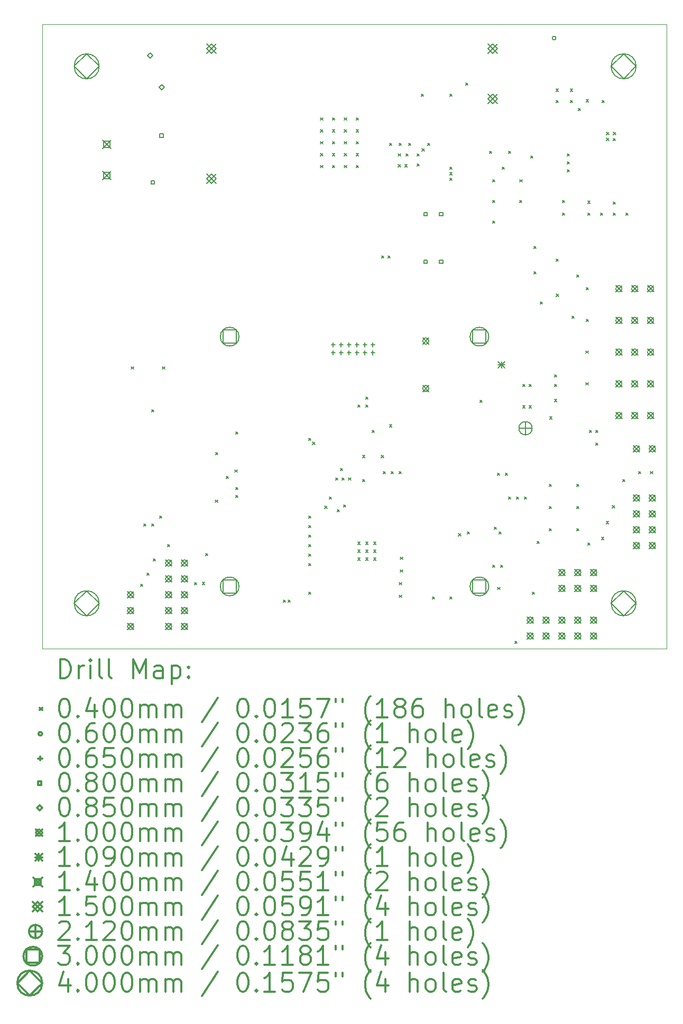
<source format=gbr>
%FSLAX45Y45*%
G04 Gerber Fmt 4.5, Leading zero omitted, Abs format (unit mm)*
G04 Created by KiCad (PCBNEW 5.1.10-88a1d61d58~90~ubuntu20.04.1) date 2021-10-12 23:07:44*
%MOMM*%
%LPD*%
G01*
G04 APERTURE LIST*
%TA.AperFunction,Profile*%
%ADD10C,0.050000*%
%TD*%
%ADD11C,0.200000*%
%ADD12C,0.300000*%
G04 APERTURE END LIST*
D10*
X9558800Y-7756400D02*
X9558800Y-7696400D01*
X9558800Y-7756400D02*
X9558800Y-14836400D01*
X9558800Y-7696400D02*
X9558800Y-4836400D01*
X19558800Y-14836400D02*
X9558800Y-14836400D01*
X19558800Y-4836400D02*
X19558800Y-14836400D01*
X9558800Y-4836400D02*
X19558800Y-4836400D01*
D11*
X10980000Y-10317800D02*
X11020000Y-10357800D01*
X11020000Y-10317800D02*
X10980000Y-10357800D01*
X11130600Y-13797600D02*
X11170600Y-13837600D01*
X11170600Y-13797600D02*
X11130600Y-13837600D01*
X11181400Y-12832400D02*
X11221400Y-12872400D01*
X11221400Y-12832400D02*
X11181400Y-12872400D01*
X11232200Y-13619800D02*
X11272200Y-13659800D01*
X11272200Y-13619800D02*
X11232200Y-13659800D01*
X11308400Y-11003600D02*
X11348400Y-11043600D01*
X11348400Y-11003600D02*
X11308400Y-11043600D01*
X11308400Y-12832400D02*
X11348400Y-12872400D01*
X11348400Y-12832400D02*
X11308400Y-12872400D01*
X11333800Y-13391200D02*
X11373800Y-13431200D01*
X11373800Y-13391200D02*
X11333800Y-13431200D01*
X11435400Y-12705400D02*
X11475400Y-12745400D01*
X11475400Y-12705400D02*
X11435400Y-12745400D01*
X11480000Y-10317800D02*
X11520000Y-10357800D01*
X11520000Y-10317800D02*
X11480000Y-10357800D01*
X11562400Y-13162600D02*
X11602400Y-13202600D01*
X11602400Y-13162600D02*
X11562400Y-13202600D01*
X11994200Y-13772200D02*
X12034200Y-13812200D01*
X12034200Y-13772200D02*
X11994200Y-13812200D01*
X12121200Y-13769785D02*
X12161200Y-13809785D01*
X12161200Y-13769785D02*
X12121200Y-13809785D01*
X12172000Y-13305300D02*
X12212000Y-13345300D01*
X12212000Y-13305300D02*
X12172000Y-13345300D01*
X12330750Y-12451400D02*
X12370750Y-12491400D01*
X12370750Y-12451400D02*
X12330750Y-12491400D01*
X12332400Y-11689400D02*
X12372400Y-11729400D01*
X12372400Y-11689400D02*
X12332400Y-11729400D01*
X12502200Y-12070400D02*
X12542200Y-12110400D01*
X12542200Y-12070400D02*
X12502200Y-12110400D01*
X12642400Y-11968800D02*
X12682400Y-12008800D01*
X12682400Y-11968800D02*
X12642400Y-12008800D01*
X12654600Y-11359200D02*
X12694600Y-11399200D01*
X12694600Y-11359200D02*
X12654600Y-11399200D01*
X12654600Y-12248200D02*
X12694600Y-12288200D01*
X12694600Y-12248200D02*
X12654600Y-12288200D01*
X12654600Y-12375200D02*
X12694600Y-12415200D01*
X12694600Y-12375200D02*
X12654600Y-12415200D01*
X13416600Y-14051600D02*
X13456600Y-14091600D01*
X13456600Y-14051600D02*
X13416600Y-14091600D01*
X13492800Y-14051600D02*
X13532800Y-14091600D01*
X13532800Y-14051600D02*
X13492800Y-14091600D01*
X13823000Y-11460800D02*
X13863000Y-11500800D01*
X13863000Y-11460800D02*
X13823000Y-11500800D01*
X13823000Y-12705400D02*
X13863000Y-12745400D01*
X13863000Y-12705400D02*
X13823000Y-12745400D01*
X13823000Y-12857800D02*
X13863000Y-12897800D01*
X13863000Y-12857800D02*
X13823000Y-12897800D01*
X13823000Y-13010200D02*
X13863000Y-13050200D01*
X13863000Y-13010200D02*
X13823000Y-13050200D01*
X13823000Y-13162600D02*
X13863000Y-13202600D01*
X13863000Y-13162600D02*
X13823000Y-13202600D01*
X13823000Y-13315000D02*
X13863000Y-13355000D01*
X13863000Y-13315000D02*
X13823000Y-13355000D01*
X13823000Y-13467400D02*
X13863000Y-13507400D01*
X13863000Y-13467400D02*
X13823000Y-13507400D01*
X13823000Y-13924600D02*
X13863000Y-13964600D01*
X13863000Y-13924600D02*
X13823000Y-13964600D01*
X13886500Y-11524300D02*
X13926500Y-11564300D01*
X13926500Y-11524300D02*
X13886500Y-11564300D01*
X14013500Y-6330000D02*
X14053500Y-6370000D01*
X14053500Y-6330000D02*
X14013500Y-6370000D01*
X14013500Y-6520500D02*
X14053500Y-6560500D01*
X14053500Y-6520500D02*
X14013500Y-6560500D01*
X14013500Y-6711000D02*
X14053500Y-6751000D01*
X14053500Y-6711000D02*
X14013500Y-6751000D01*
X14013500Y-6901500D02*
X14053500Y-6941500D01*
X14053500Y-6901500D02*
X14013500Y-6941500D01*
X14013500Y-7092000D02*
X14053500Y-7132000D01*
X14053500Y-7092000D02*
X14013500Y-7132000D01*
X14080700Y-12549300D02*
X14120700Y-12589300D01*
X14120700Y-12549300D02*
X14080700Y-12589300D01*
X14153200Y-12400600D02*
X14193200Y-12440600D01*
X14193200Y-12400600D02*
X14153200Y-12440600D01*
X14204000Y-6330000D02*
X14244000Y-6370000D01*
X14244000Y-6330000D02*
X14204000Y-6370000D01*
X14204000Y-6520500D02*
X14244000Y-6560500D01*
X14244000Y-6520500D02*
X14204000Y-6560500D01*
X14204000Y-6711000D02*
X14244000Y-6751000D01*
X14244000Y-6711000D02*
X14204000Y-6751000D01*
X14204000Y-6901500D02*
X14244000Y-6941500D01*
X14244000Y-6901500D02*
X14204000Y-6941500D01*
X14204000Y-7092000D02*
X14244000Y-7132000D01*
X14244000Y-7092000D02*
X14204000Y-7132000D01*
X14254800Y-12095800D02*
X14294800Y-12135800D01*
X14294800Y-12095800D02*
X14254800Y-12135800D01*
X14280200Y-12603800D02*
X14320200Y-12643800D01*
X14320200Y-12603800D02*
X14280200Y-12643800D01*
X14331000Y-11943400D02*
X14371000Y-11983400D01*
X14371000Y-11943400D02*
X14331000Y-11983400D01*
X14356400Y-12095800D02*
X14396400Y-12135800D01*
X14396400Y-12095800D02*
X14356400Y-12135800D01*
X14381800Y-12527600D02*
X14421800Y-12567600D01*
X14421800Y-12527600D02*
X14381800Y-12567600D01*
X14394500Y-6330000D02*
X14434500Y-6370000D01*
X14434500Y-6330000D02*
X14394500Y-6370000D01*
X14394500Y-6520500D02*
X14434500Y-6560500D01*
X14434500Y-6520500D02*
X14394500Y-6560500D01*
X14394500Y-6711000D02*
X14434500Y-6751000D01*
X14434500Y-6711000D02*
X14394500Y-6751000D01*
X14394500Y-6901500D02*
X14434500Y-6941500D01*
X14434500Y-6901500D02*
X14394500Y-6941500D01*
X14394500Y-7092000D02*
X14434500Y-7132000D01*
X14434500Y-7092000D02*
X14394500Y-7132000D01*
X14458465Y-12096265D02*
X14498465Y-12136265D01*
X14498465Y-12096265D02*
X14458465Y-12136265D01*
X14585000Y-6330000D02*
X14625000Y-6370000D01*
X14625000Y-6330000D02*
X14585000Y-6370000D01*
X14585000Y-6520500D02*
X14625000Y-6560500D01*
X14625000Y-6520500D02*
X14585000Y-6560500D01*
X14585000Y-6711000D02*
X14625000Y-6751000D01*
X14625000Y-6711000D02*
X14585000Y-6751000D01*
X14585000Y-6901500D02*
X14625000Y-6941500D01*
X14625000Y-6901500D02*
X14585000Y-6941500D01*
X14585000Y-7092000D02*
X14625000Y-7132000D01*
X14625000Y-7092000D02*
X14585000Y-7132000D01*
X14610400Y-10927400D02*
X14650400Y-10967400D01*
X14650400Y-10927400D02*
X14610400Y-10967400D01*
X14610400Y-13124500D02*
X14650400Y-13164500D01*
X14650400Y-13124500D02*
X14610400Y-13164500D01*
X14610400Y-13251500D02*
X14650400Y-13291500D01*
X14650400Y-13251500D02*
X14610400Y-13291500D01*
X14610400Y-13378500D02*
X14650400Y-13418500D01*
X14650400Y-13378500D02*
X14610400Y-13418500D01*
X14685400Y-11735700D02*
X14725400Y-11775700D01*
X14725400Y-11735700D02*
X14685400Y-11775700D01*
X14686600Y-12121200D02*
X14726600Y-12161200D01*
X14726600Y-12121200D02*
X14686600Y-12161200D01*
X14737400Y-10800400D02*
X14777400Y-10840400D01*
X14777400Y-10800400D02*
X14737400Y-10840400D01*
X14737400Y-10927400D02*
X14777400Y-10967400D01*
X14777400Y-10927400D02*
X14737400Y-10967400D01*
X14737400Y-13124500D02*
X14777400Y-13164500D01*
X14777400Y-13124500D02*
X14737400Y-13164500D01*
X14737400Y-13251500D02*
X14777400Y-13291500D01*
X14777400Y-13251500D02*
X14737400Y-13291500D01*
X14737400Y-13378500D02*
X14777400Y-13418500D01*
X14777400Y-13378500D02*
X14737400Y-13418500D01*
X14839000Y-11333800D02*
X14879000Y-11373800D01*
X14879000Y-11333800D02*
X14839000Y-11373800D01*
X14864400Y-13124500D02*
X14904400Y-13164500D01*
X14904400Y-13124500D02*
X14864400Y-13164500D01*
X14864400Y-13251500D02*
X14904400Y-13291500D01*
X14904400Y-13251500D02*
X14864400Y-13291500D01*
X14864400Y-13378500D02*
X14904400Y-13418500D01*
X14904400Y-13378500D02*
X14864400Y-13418500D01*
X14985400Y-11735700D02*
X15025400Y-11775700D01*
X15025400Y-11735700D02*
X14985400Y-11775700D01*
X14991400Y-8539800D02*
X15031400Y-8579800D01*
X15031400Y-8539800D02*
X14991400Y-8579800D01*
X15016800Y-11994200D02*
X15056800Y-12034200D01*
X15056800Y-11994200D02*
X15016800Y-12034200D01*
X15093000Y-8539800D02*
X15133000Y-8579800D01*
X15133000Y-8539800D02*
X15093000Y-8579800D01*
X15118400Y-6736400D02*
X15158400Y-6776400D01*
X15158400Y-6736400D02*
X15118400Y-6776400D01*
X15118400Y-11242550D02*
X15158400Y-11282550D01*
X15158400Y-11242550D02*
X15118400Y-11282550D01*
X15143800Y-11994200D02*
X15183800Y-12034200D01*
X15183800Y-11994200D02*
X15143800Y-12034200D01*
X15257500Y-6906400D02*
X15297500Y-6946400D01*
X15297500Y-6906400D02*
X15257500Y-6946400D01*
X15257500Y-7076400D02*
X15297500Y-7116400D01*
X15297500Y-7076400D02*
X15257500Y-7116400D01*
X15270800Y-6736400D02*
X15310800Y-6776400D01*
X15310800Y-6736400D02*
X15270800Y-6776400D01*
X15270800Y-11994200D02*
X15310800Y-12034200D01*
X15310800Y-11994200D02*
X15270800Y-12034200D01*
X15275500Y-13772200D02*
X15315500Y-13812200D01*
X15315500Y-13772200D02*
X15275500Y-13812200D01*
X15275500Y-13975400D02*
X15315500Y-14015400D01*
X15315500Y-13975400D02*
X15275500Y-14015400D01*
X15289600Y-13365800D02*
X15329600Y-13405800D01*
X15329600Y-13365800D02*
X15289600Y-13405800D01*
X15289600Y-13569000D02*
X15329600Y-13609000D01*
X15329600Y-13569000D02*
X15289600Y-13609000D01*
X15362600Y-7076400D02*
X15402600Y-7116400D01*
X15402600Y-7076400D02*
X15362600Y-7116400D01*
X15380200Y-6906400D02*
X15420200Y-6946400D01*
X15420200Y-6906400D02*
X15380200Y-6946400D01*
X15423200Y-6736400D02*
X15463200Y-6776400D01*
X15463200Y-6736400D02*
X15423200Y-6776400D01*
X15558000Y-6906400D02*
X15598000Y-6946400D01*
X15598000Y-6906400D02*
X15558000Y-6946400D01*
X15558000Y-7066600D02*
X15598000Y-7106600D01*
X15598000Y-7066600D02*
X15558000Y-7106600D01*
X15626400Y-5949000D02*
X15666400Y-5989000D01*
X15666400Y-5949000D02*
X15626400Y-5989000D01*
X15639100Y-6825300D02*
X15679100Y-6865300D01*
X15679100Y-6825300D02*
X15639100Y-6865300D01*
X15728000Y-6736400D02*
X15768000Y-6776400D01*
X15768000Y-6736400D02*
X15728000Y-6776400D01*
X15804200Y-14000800D02*
X15844200Y-14040800D01*
X15844200Y-14000800D02*
X15804200Y-14040800D01*
X16083600Y-5949000D02*
X16123600Y-5989000D01*
X16123600Y-5949000D02*
X16083600Y-5989000D01*
X16083600Y-7117400D02*
X16123600Y-7157400D01*
X16123600Y-7117400D02*
X16083600Y-7157400D01*
X16083600Y-7208600D02*
X16123600Y-7248600D01*
X16123600Y-7208600D02*
X16083600Y-7248600D01*
X16083600Y-7295200D02*
X16123600Y-7335200D01*
X16123600Y-7295200D02*
X16083600Y-7335200D01*
X16083600Y-14000800D02*
X16123600Y-14040800D01*
X16123600Y-14000800D02*
X16083600Y-14040800D01*
X16220450Y-12988500D02*
X16260450Y-13028500D01*
X16260450Y-12988500D02*
X16220450Y-13028500D01*
X16337600Y-5771200D02*
X16377600Y-5811200D01*
X16377600Y-5771200D02*
X16337600Y-5811200D01*
X16363000Y-12959400D02*
X16403000Y-12999400D01*
X16403000Y-12959400D02*
X16363000Y-12999400D01*
X16566200Y-10851200D02*
X16606200Y-10891200D01*
X16606200Y-10851200D02*
X16566200Y-10891200D01*
X16718600Y-6863400D02*
X16758600Y-6903400D01*
X16758600Y-6863400D02*
X16718600Y-6903400D01*
X16769400Y-7320600D02*
X16809400Y-7360600D01*
X16809400Y-7320600D02*
X16769400Y-7360600D01*
X16769400Y-7650800D02*
X16809400Y-7690800D01*
X16809400Y-7650800D02*
X16769400Y-7690800D01*
X16769400Y-7981000D02*
X16809400Y-8021000D01*
X16809400Y-7981000D02*
X16769400Y-8021000D01*
X16769400Y-13492800D02*
X16809400Y-13532800D01*
X16809400Y-13492800D02*
X16769400Y-13532800D01*
X16794800Y-12883200D02*
X16834800Y-12923200D01*
X16834800Y-12883200D02*
X16794800Y-12923200D01*
X16845600Y-12019600D02*
X16885600Y-12059600D01*
X16885600Y-12019600D02*
X16845600Y-12059600D01*
X16847128Y-13848559D02*
X16887128Y-13888559D01*
X16887128Y-13848559D02*
X16847128Y-13888559D01*
X16871000Y-12959400D02*
X16911000Y-12999400D01*
X16911000Y-12959400D02*
X16871000Y-12999400D01*
X16896400Y-13492800D02*
X16936400Y-13532800D01*
X16936400Y-13492800D02*
X16896400Y-13532800D01*
X16921800Y-7117400D02*
X16961800Y-7157400D01*
X16961800Y-7117400D02*
X16921800Y-7157400D01*
X16972600Y-12019600D02*
X17012600Y-12059600D01*
X17012600Y-12019600D02*
X16972600Y-12059600D01*
X17023400Y-6863400D02*
X17063400Y-6903400D01*
X17063400Y-6863400D02*
X17023400Y-6903400D01*
X17023400Y-12400600D02*
X17063400Y-12440600D01*
X17063400Y-12400600D02*
X17023400Y-12440600D01*
X17125000Y-14712000D02*
X17165000Y-14752000D01*
X17165000Y-14712000D02*
X17125000Y-14752000D01*
X17150400Y-12400600D02*
X17190400Y-12440600D01*
X17190400Y-12400600D02*
X17150400Y-12440600D01*
X17201200Y-7650800D02*
X17241200Y-7690800D01*
X17241200Y-7650800D02*
X17201200Y-7690800D01*
X17205900Y-7320600D02*
X17245900Y-7360600D01*
X17245900Y-7320600D02*
X17205900Y-7360600D01*
X17252000Y-10597200D02*
X17292000Y-10637200D01*
X17292000Y-10597200D02*
X17252000Y-10637200D01*
X17252000Y-10940100D02*
X17292000Y-10980100D01*
X17292000Y-10940100D02*
X17252000Y-10980100D01*
X17277400Y-12400600D02*
X17317400Y-12440600D01*
X17317400Y-12400600D02*
X17277400Y-12440600D01*
X17353600Y-10597200D02*
X17393600Y-10637200D01*
X17393600Y-10597200D02*
X17353600Y-10637200D01*
X17353600Y-10940100D02*
X17393600Y-10980100D01*
X17393600Y-10940100D02*
X17353600Y-10980100D01*
X17379000Y-6939600D02*
X17419000Y-6979600D01*
X17419000Y-6939600D02*
X17379000Y-6979600D01*
X17404400Y-13924600D02*
X17444400Y-13964600D01*
X17444400Y-13924600D02*
X17404400Y-13964600D01*
X17429800Y-8387400D02*
X17469800Y-8427400D01*
X17469800Y-8387400D02*
X17429800Y-8427400D01*
X17429800Y-8793800D02*
X17469800Y-8833800D01*
X17469800Y-8793800D02*
X17429800Y-8833800D01*
X17480600Y-13111800D02*
X17520600Y-13151800D01*
X17520600Y-13111800D02*
X17480600Y-13151800D01*
X17531400Y-9276400D02*
X17571400Y-9316400D01*
X17571400Y-9276400D02*
X17531400Y-9316400D01*
X17673450Y-12197400D02*
X17713450Y-12237400D01*
X17713450Y-12197400D02*
X17673450Y-12237400D01*
X17673450Y-12553000D02*
X17713450Y-12593000D01*
X17713450Y-12553000D02*
X17673450Y-12593000D01*
X17673450Y-12908600D02*
X17713450Y-12948600D01*
X17713450Y-12908600D02*
X17673450Y-12948600D01*
X17683800Y-11117900D02*
X17723800Y-11157900D01*
X17723800Y-11117900D02*
X17683800Y-11157900D01*
X17760000Y-10444800D02*
X17800000Y-10484800D01*
X17800000Y-10444800D02*
X17760000Y-10484800D01*
X17760000Y-10597200D02*
X17800000Y-10637200D01*
X17800000Y-10597200D02*
X17760000Y-10637200D01*
X17760000Y-10838500D02*
X17800000Y-10878500D01*
X17800000Y-10838500D02*
X17760000Y-10878500D01*
X17785400Y-5868100D02*
X17825400Y-5908100D01*
X17825400Y-5868100D02*
X17785400Y-5908100D01*
X17785400Y-6050600D02*
X17825400Y-6090600D01*
X17825400Y-6050600D02*
X17785400Y-6090600D01*
X17785400Y-8590600D02*
X17825400Y-8630600D01*
X17825400Y-8590600D02*
X17785400Y-8630600D01*
X17787000Y-9151000D02*
X17827000Y-9191000D01*
X17827000Y-9151000D02*
X17787000Y-9191000D01*
X17887000Y-7650800D02*
X17927000Y-7690800D01*
X17927000Y-7650800D02*
X17887000Y-7690800D01*
X17887000Y-7854000D02*
X17927000Y-7894000D01*
X17927000Y-7854000D02*
X17887000Y-7894000D01*
X17963000Y-6906200D02*
X18003000Y-6946200D01*
X18003000Y-6906200D02*
X17963000Y-6946200D01*
X17963000Y-7033200D02*
X18003000Y-7073200D01*
X18003000Y-7033200D02*
X17963000Y-7073200D01*
X17963000Y-7160200D02*
X18003000Y-7200200D01*
X18003000Y-7160200D02*
X17963000Y-7200200D01*
X18014000Y-5868100D02*
X18054000Y-5908100D01*
X18054000Y-5868100D02*
X18014000Y-5908100D01*
X18014000Y-6050600D02*
X18054000Y-6090600D01*
X18054000Y-6050600D02*
X18014000Y-6090600D01*
X18039400Y-9505000D02*
X18079400Y-9545000D01*
X18079400Y-9505000D02*
X18039400Y-9545000D01*
X18115600Y-8844600D02*
X18155600Y-8884600D01*
X18155600Y-8844600D02*
X18115600Y-8884600D01*
X18115600Y-12197400D02*
X18155600Y-12237400D01*
X18155600Y-12197400D02*
X18115600Y-12237400D01*
X18115600Y-12553000D02*
X18155600Y-12593000D01*
X18155600Y-12553000D02*
X18115600Y-12593000D01*
X18115600Y-12908600D02*
X18155600Y-12948600D01*
X18155600Y-12908600D02*
X18115600Y-12948600D01*
X18141000Y-6177600D02*
X18181000Y-6217600D01*
X18181000Y-6177600D02*
X18141000Y-6217600D01*
X18263300Y-10063800D02*
X18303300Y-10103800D01*
X18303300Y-10063800D02*
X18263300Y-10103800D01*
X18263300Y-10571800D02*
X18303300Y-10611800D01*
X18303300Y-10571800D02*
X18263300Y-10611800D01*
X18268000Y-6040250D02*
X18308000Y-6080250D01*
X18308000Y-6040250D02*
X18268000Y-6080250D01*
X18268000Y-9047800D02*
X18308000Y-9087800D01*
X18308000Y-9047800D02*
X18268000Y-9087800D01*
X18268000Y-9555800D02*
X18308000Y-9595800D01*
X18308000Y-9555800D02*
X18268000Y-9595800D01*
X18293400Y-7664000D02*
X18333400Y-7704000D01*
X18333400Y-7664000D02*
X18293400Y-7704000D01*
X18293400Y-7854000D02*
X18333400Y-7894000D01*
X18333400Y-7854000D02*
X18293400Y-7894000D01*
X18293400Y-13137200D02*
X18333400Y-13177200D01*
X18333400Y-13137200D02*
X18293400Y-13177200D01*
X18318800Y-11333800D02*
X18358800Y-11373800D01*
X18358800Y-11333800D02*
X18318800Y-11373800D01*
X18420400Y-11333800D02*
X18460400Y-11373800D01*
X18460400Y-11333800D02*
X18420400Y-11373800D01*
X18420400Y-11537000D02*
X18460400Y-11577000D01*
X18460400Y-11537000D02*
X18420400Y-11577000D01*
X18496600Y-7854000D02*
X18536600Y-7894000D01*
X18536600Y-7854000D02*
X18496600Y-7894000D01*
X18512500Y-13045100D02*
X18552500Y-13085100D01*
X18552500Y-13045100D02*
X18512500Y-13085100D01*
X18522000Y-6050600D02*
X18562000Y-6090600D01*
X18562000Y-6050600D02*
X18522000Y-6090600D01*
X18588700Y-12791100D02*
X18628700Y-12831100D01*
X18628700Y-12791100D02*
X18588700Y-12831100D01*
X18591200Y-6562200D02*
X18631200Y-6602200D01*
X18631200Y-6562200D02*
X18591200Y-6602200D01*
X18591200Y-6653200D02*
X18631200Y-6693200D01*
X18631200Y-6653200D02*
X18591200Y-6693200D01*
X18683900Y-12537100D02*
X18723900Y-12577100D01*
X18723900Y-12537100D02*
X18683900Y-12577100D01*
X18699800Y-6660200D02*
X18739800Y-6700200D01*
X18739800Y-6660200D02*
X18699800Y-6700200D01*
X18699800Y-7676200D02*
X18739800Y-7716200D01*
X18739800Y-7676200D02*
X18699800Y-7716200D01*
X18699800Y-7854000D02*
X18739800Y-7894000D01*
X18739800Y-7854000D02*
X18699800Y-7894000D01*
X18701200Y-6562200D02*
X18741200Y-6602200D01*
X18741200Y-6562200D02*
X18701200Y-6602200D01*
X18852200Y-12121200D02*
X18892200Y-12161200D01*
X18892200Y-12121200D02*
X18852200Y-12161200D01*
X18903000Y-7854000D02*
X18943000Y-7894000D01*
X18943000Y-7854000D02*
X18903000Y-7894000D01*
X19106200Y-11994200D02*
X19146200Y-12034200D01*
X19146200Y-11994200D02*
X19106200Y-12034200D01*
X19296200Y-11994200D02*
X19336200Y-12034200D01*
X19336200Y-11994200D02*
X19296200Y-12034200D01*
X17784600Y-5054600D02*
G75*
G03*
X17784600Y-5054600I-30000J0D01*
G01*
X14217800Y-9933900D02*
X14217800Y-9998900D01*
X14185300Y-9966400D02*
X14250300Y-9966400D01*
X14217800Y-10060900D02*
X14217800Y-10125900D01*
X14185300Y-10093400D02*
X14250300Y-10093400D01*
X14344800Y-9933900D02*
X14344800Y-9998900D01*
X14312300Y-9966400D02*
X14377300Y-9966400D01*
X14344800Y-10060900D02*
X14344800Y-10125900D01*
X14312300Y-10093400D02*
X14377300Y-10093400D01*
X14471800Y-9933900D02*
X14471800Y-9998900D01*
X14439300Y-9966400D02*
X14504300Y-9966400D01*
X14471800Y-10060900D02*
X14471800Y-10125900D01*
X14439300Y-10093400D02*
X14504300Y-10093400D01*
X14598800Y-9933900D02*
X14598800Y-9998900D01*
X14566300Y-9966400D02*
X14631300Y-9966400D01*
X14598800Y-10060900D02*
X14598800Y-10125900D01*
X14566300Y-10093400D02*
X14631300Y-10093400D01*
X14725800Y-9933900D02*
X14725800Y-9998900D01*
X14693300Y-9966400D02*
X14758300Y-9966400D01*
X14725800Y-10060900D02*
X14725800Y-10125900D01*
X14693300Y-10093400D02*
X14758300Y-10093400D01*
X14852800Y-9933900D02*
X14852800Y-9998900D01*
X14820300Y-9966400D02*
X14885300Y-9966400D01*
X14852800Y-10060900D02*
X14852800Y-10125900D01*
X14820300Y-10093400D02*
X14885300Y-10093400D01*
X11356684Y-7394284D02*
X11356684Y-7337715D01*
X11300115Y-7337715D01*
X11300115Y-7394284D01*
X11356684Y-7394284D01*
X11496684Y-6644284D02*
X11496684Y-6587715D01*
X11440115Y-6587715D01*
X11440115Y-6644284D01*
X11496684Y-6644284D01*
X15725484Y-7902284D02*
X15725484Y-7845715D01*
X15668915Y-7845715D01*
X15668915Y-7902284D01*
X15725484Y-7902284D01*
X15725484Y-8664285D02*
X15725484Y-8607716D01*
X15668915Y-8607716D01*
X15668915Y-8664285D01*
X15725484Y-8664285D01*
X15975484Y-7902284D02*
X15975484Y-7845715D01*
X15918915Y-7845715D01*
X15918915Y-7902284D01*
X15975484Y-7902284D01*
X15975484Y-8664285D02*
X15975484Y-8607716D01*
X15918915Y-8607716D01*
X15918915Y-8664285D01*
X15975484Y-8664285D01*
X11288800Y-5374500D02*
X11331300Y-5332000D01*
X11288800Y-5289500D01*
X11246300Y-5332000D01*
X11288800Y-5374500D01*
X11468800Y-5884500D02*
X11511300Y-5842000D01*
X11468800Y-5799500D01*
X11426300Y-5842000D01*
X11468800Y-5884500D01*
X10922800Y-13920000D02*
X11022800Y-14020000D01*
X11022800Y-13920000D02*
X10922800Y-14020000D01*
X11022800Y-13970000D02*
G75*
G03*
X11022800Y-13970000I-50000J0D01*
G01*
X10922800Y-14174000D02*
X11022800Y-14274000D01*
X11022800Y-14174000D02*
X10922800Y-14274000D01*
X11022800Y-14224000D02*
G75*
G03*
X11022800Y-14224000I-50000J0D01*
G01*
X10922800Y-14428000D02*
X11022800Y-14528000D01*
X11022800Y-14428000D02*
X10922800Y-14528000D01*
X11022800Y-14478000D02*
G75*
G03*
X11022800Y-14478000I-50000J0D01*
G01*
X11532400Y-13412000D02*
X11632400Y-13512000D01*
X11632400Y-13412000D02*
X11532400Y-13512000D01*
X11632400Y-13462000D02*
G75*
G03*
X11632400Y-13462000I-50000J0D01*
G01*
X11532400Y-13666000D02*
X11632400Y-13766000D01*
X11632400Y-13666000D02*
X11532400Y-13766000D01*
X11632400Y-13716000D02*
G75*
G03*
X11632400Y-13716000I-50000J0D01*
G01*
X11532400Y-13920000D02*
X11632400Y-14020000D01*
X11632400Y-13920000D02*
X11532400Y-14020000D01*
X11632400Y-13970000D02*
G75*
G03*
X11632400Y-13970000I-50000J0D01*
G01*
X11532400Y-14174000D02*
X11632400Y-14274000D01*
X11632400Y-14174000D02*
X11532400Y-14274000D01*
X11632400Y-14224000D02*
G75*
G03*
X11632400Y-14224000I-50000J0D01*
G01*
X11532400Y-14428000D02*
X11632400Y-14528000D01*
X11632400Y-14428000D02*
X11532400Y-14528000D01*
X11632400Y-14478000D02*
G75*
G03*
X11632400Y-14478000I-50000J0D01*
G01*
X11786400Y-13412000D02*
X11886400Y-13512000D01*
X11886400Y-13412000D02*
X11786400Y-13512000D01*
X11886400Y-13462000D02*
G75*
G03*
X11886400Y-13462000I-50000J0D01*
G01*
X11786400Y-13666000D02*
X11886400Y-13766000D01*
X11886400Y-13666000D02*
X11786400Y-13766000D01*
X11886400Y-13716000D02*
G75*
G03*
X11886400Y-13716000I-50000J0D01*
G01*
X11786400Y-13920000D02*
X11886400Y-14020000D01*
X11886400Y-13920000D02*
X11786400Y-14020000D01*
X11886400Y-13970000D02*
G75*
G03*
X11886400Y-13970000I-50000J0D01*
G01*
X11786400Y-14174000D02*
X11886400Y-14274000D01*
X11886400Y-14174000D02*
X11786400Y-14274000D01*
X11886400Y-14224000D02*
G75*
G03*
X11886400Y-14224000I-50000J0D01*
G01*
X11786400Y-14428000D02*
X11886400Y-14528000D01*
X11886400Y-14428000D02*
X11786400Y-14528000D01*
X11886400Y-14478000D02*
G75*
G03*
X11886400Y-14478000I-50000J0D01*
G01*
X15650000Y-9856000D02*
X15750000Y-9956000D01*
X15750000Y-9856000D02*
X15650000Y-9956000D01*
X15750000Y-9906000D02*
G75*
G03*
X15750000Y-9906000I-50000J0D01*
G01*
X15650000Y-10616000D02*
X15750000Y-10716000D01*
X15750000Y-10616000D02*
X15650000Y-10716000D01*
X15750000Y-10666000D02*
G75*
G03*
X15750000Y-10666000I-50000J0D01*
G01*
X17323600Y-14326400D02*
X17423600Y-14426400D01*
X17423600Y-14326400D02*
X17323600Y-14426400D01*
X17423600Y-14376400D02*
G75*
G03*
X17423600Y-14376400I-50000J0D01*
G01*
X17323600Y-14580400D02*
X17423600Y-14680400D01*
X17423600Y-14580400D02*
X17323600Y-14680400D01*
X17423600Y-14630400D02*
G75*
G03*
X17423600Y-14630400I-50000J0D01*
G01*
X17577600Y-14326400D02*
X17677600Y-14426400D01*
X17677600Y-14326400D02*
X17577600Y-14426400D01*
X17677600Y-14376400D02*
G75*
G03*
X17677600Y-14376400I-50000J0D01*
G01*
X17577600Y-14580400D02*
X17677600Y-14680400D01*
X17677600Y-14580400D02*
X17577600Y-14680400D01*
X17677600Y-14630400D02*
G75*
G03*
X17677600Y-14630400I-50000J0D01*
G01*
X17831600Y-13564400D02*
X17931600Y-13664400D01*
X17931600Y-13564400D02*
X17831600Y-13664400D01*
X17931600Y-13614400D02*
G75*
G03*
X17931600Y-13614400I-50000J0D01*
G01*
X17831600Y-13818400D02*
X17931600Y-13918400D01*
X17931600Y-13818400D02*
X17831600Y-13918400D01*
X17931600Y-13868400D02*
G75*
G03*
X17931600Y-13868400I-50000J0D01*
G01*
X17831600Y-14326400D02*
X17931600Y-14426400D01*
X17931600Y-14326400D02*
X17831600Y-14426400D01*
X17931600Y-14376400D02*
G75*
G03*
X17931600Y-14376400I-50000J0D01*
G01*
X17831600Y-14580400D02*
X17931600Y-14680400D01*
X17931600Y-14580400D02*
X17831600Y-14680400D01*
X17931600Y-14630400D02*
G75*
G03*
X17931600Y-14630400I-50000J0D01*
G01*
X18085600Y-13564400D02*
X18185600Y-13664400D01*
X18185600Y-13564400D02*
X18085600Y-13664400D01*
X18185600Y-13614400D02*
G75*
G03*
X18185600Y-13614400I-50000J0D01*
G01*
X18085600Y-13818400D02*
X18185600Y-13918400D01*
X18185600Y-13818400D02*
X18085600Y-13918400D01*
X18185600Y-13868400D02*
G75*
G03*
X18185600Y-13868400I-50000J0D01*
G01*
X18085600Y-14326400D02*
X18185600Y-14426400D01*
X18185600Y-14326400D02*
X18085600Y-14426400D01*
X18185600Y-14376400D02*
G75*
G03*
X18185600Y-14376400I-50000J0D01*
G01*
X18085600Y-14580400D02*
X18185600Y-14680400D01*
X18185600Y-14580400D02*
X18085600Y-14680400D01*
X18185600Y-14630400D02*
G75*
G03*
X18185600Y-14630400I-50000J0D01*
G01*
X18339600Y-13564400D02*
X18439600Y-13664400D01*
X18439600Y-13564400D02*
X18339600Y-13664400D01*
X18439600Y-13614400D02*
G75*
G03*
X18439600Y-13614400I-50000J0D01*
G01*
X18339600Y-13818400D02*
X18439600Y-13918400D01*
X18439600Y-13818400D02*
X18339600Y-13918400D01*
X18439600Y-13868400D02*
G75*
G03*
X18439600Y-13868400I-50000J0D01*
G01*
X18339600Y-14326400D02*
X18439600Y-14426400D01*
X18439600Y-14326400D02*
X18339600Y-14426400D01*
X18439600Y-14376400D02*
G75*
G03*
X18439600Y-14376400I-50000J0D01*
G01*
X18339600Y-14580400D02*
X18439600Y-14680400D01*
X18439600Y-14580400D02*
X18339600Y-14680400D01*
X18439600Y-14630400D02*
G75*
G03*
X18439600Y-14630400I-50000J0D01*
G01*
X18743200Y-9017800D02*
X18843200Y-9117800D01*
X18843200Y-9017800D02*
X18743200Y-9117800D01*
X18843200Y-9067800D02*
G75*
G03*
X18843200Y-9067800I-50000J0D01*
G01*
X18743200Y-9525800D02*
X18843200Y-9625800D01*
X18843200Y-9525800D02*
X18743200Y-9625800D01*
X18843200Y-9575800D02*
G75*
G03*
X18843200Y-9575800I-50000J0D01*
G01*
X18743200Y-10033800D02*
X18843200Y-10133800D01*
X18843200Y-10033800D02*
X18743200Y-10133800D01*
X18843200Y-10083800D02*
G75*
G03*
X18843200Y-10083800I-50000J0D01*
G01*
X18743200Y-10541800D02*
X18843200Y-10641800D01*
X18843200Y-10541800D02*
X18743200Y-10641800D01*
X18843200Y-10591800D02*
G75*
G03*
X18843200Y-10591800I-50000J0D01*
G01*
X18743200Y-11049800D02*
X18843200Y-11149800D01*
X18843200Y-11049800D02*
X18743200Y-11149800D01*
X18843200Y-11099800D02*
G75*
G03*
X18843200Y-11099800I-50000J0D01*
G01*
X18997200Y-9017800D02*
X19097200Y-9117800D01*
X19097200Y-9017800D02*
X18997200Y-9117800D01*
X19097200Y-9067800D02*
G75*
G03*
X19097200Y-9067800I-50000J0D01*
G01*
X18997200Y-9525800D02*
X19097200Y-9625800D01*
X19097200Y-9525800D02*
X18997200Y-9625800D01*
X19097200Y-9575800D02*
G75*
G03*
X19097200Y-9575800I-50000J0D01*
G01*
X18997200Y-10033800D02*
X19097200Y-10133800D01*
X19097200Y-10033800D02*
X18997200Y-10133800D01*
X19097200Y-10083800D02*
G75*
G03*
X19097200Y-10083800I-50000J0D01*
G01*
X18997200Y-10541800D02*
X19097200Y-10641800D01*
X19097200Y-10541800D02*
X18997200Y-10641800D01*
X19097200Y-10591800D02*
G75*
G03*
X19097200Y-10591800I-50000J0D01*
G01*
X18997200Y-11049800D02*
X19097200Y-11149800D01*
X19097200Y-11049800D02*
X18997200Y-11149800D01*
X19097200Y-11099800D02*
G75*
G03*
X19097200Y-11099800I-50000J0D01*
G01*
X19025400Y-11583200D02*
X19125400Y-11683200D01*
X19125400Y-11583200D02*
X19025400Y-11683200D01*
X19125400Y-11633200D02*
G75*
G03*
X19125400Y-11633200I-50000J0D01*
G01*
X19025400Y-12370600D02*
X19125400Y-12470600D01*
X19125400Y-12370600D02*
X19025400Y-12470600D01*
X19125400Y-12420600D02*
G75*
G03*
X19125400Y-12420600I-50000J0D01*
G01*
X19025400Y-12624600D02*
X19125400Y-12724600D01*
X19125400Y-12624600D02*
X19025400Y-12724600D01*
X19125400Y-12674600D02*
G75*
G03*
X19125400Y-12674600I-50000J0D01*
G01*
X19025400Y-12878600D02*
X19125400Y-12978600D01*
X19125400Y-12878600D02*
X19025400Y-12978600D01*
X19125400Y-12928600D02*
G75*
G03*
X19125400Y-12928600I-50000J0D01*
G01*
X19025400Y-13132600D02*
X19125400Y-13232600D01*
X19125400Y-13132600D02*
X19025400Y-13232600D01*
X19125400Y-13182600D02*
G75*
G03*
X19125400Y-13182600I-50000J0D01*
G01*
X19251200Y-9017800D02*
X19351200Y-9117800D01*
X19351200Y-9017800D02*
X19251200Y-9117800D01*
X19351200Y-9067800D02*
G75*
G03*
X19351200Y-9067800I-50000J0D01*
G01*
X19251200Y-9525800D02*
X19351200Y-9625800D01*
X19351200Y-9525800D02*
X19251200Y-9625800D01*
X19351200Y-9575800D02*
G75*
G03*
X19351200Y-9575800I-50000J0D01*
G01*
X19251200Y-10033800D02*
X19351200Y-10133800D01*
X19351200Y-10033800D02*
X19251200Y-10133800D01*
X19351200Y-10083800D02*
G75*
G03*
X19351200Y-10083800I-50000J0D01*
G01*
X19251200Y-10541800D02*
X19351200Y-10641800D01*
X19351200Y-10541800D02*
X19251200Y-10641800D01*
X19351200Y-10591800D02*
G75*
G03*
X19351200Y-10591800I-50000J0D01*
G01*
X19251200Y-11049800D02*
X19351200Y-11149800D01*
X19351200Y-11049800D02*
X19251200Y-11149800D01*
X19351200Y-11099800D02*
G75*
G03*
X19351200Y-11099800I-50000J0D01*
G01*
X19279400Y-11583200D02*
X19379400Y-11683200D01*
X19379400Y-11583200D02*
X19279400Y-11683200D01*
X19379400Y-11633200D02*
G75*
G03*
X19379400Y-11633200I-50000J0D01*
G01*
X19279400Y-12370600D02*
X19379400Y-12470600D01*
X19379400Y-12370600D02*
X19279400Y-12470600D01*
X19379400Y-12420600D02*
G75*
G03*
X19379400Y-12420600I-50000J0D01*
G01*
X19279400Y-12624600D02*
X19379400Y-12724600D01*
X19379400Y-12624600D02*
X19279400Y-12724600D01*
X19379400Y-12674600D02*
G75*
G03*
X19379400Y-12674600I-50000J0D01*
G01*
X19279400Y-12878600D02*
X19379400Y-12978600D01*
X19379400Y-12878600D02*
X19279400Y-12978600D01*
X19379400Y-12928600D02*
G75*
G03*
X19379400Y-12928600I-50000J0D01*
G01*
X19279400Y-13132600D02*
X19379400Y-13232600D01*
X19379400Y-13132600D02*
X19279400Y-13232600D01*
X19379400Y-13182600D02*
G75*
G03*
X19379400Y-13182600I-50000J0D01*
G01*
X16857900Y-10231500D02*
X16966900Y-10340500D01*
X16966900Y-10231500D02*
X16857900Y-10340500D01*
X16912400Y-10231500D02*
X16912400Y-10340500D01*
X16857900Y-10286000D02*
X16966900Y-10286000D01*
X10521800Y-6686400D02*
X10661800Y-6826400D01*
X10661800Y-6686400D02*
X10521800Y-6826400D01*
X10641298Y-6805898D02*
X10641298Y-6706902D01*
X10542302Y-6706902D01*
X10542302Y-6805898D01*
X10641298Y-6805898D01*
X10521800Y-7186400D02*
X10661800Y-7326400D01*
X10661800Y-7186400D02*
X10521800Y-7326400D01*
X10641298Y-7305898D02*
X10641298Y-7206902D01*
X10542302Y-7206902D01*
X10542302Y-7305898D01*
X10641298Y-7305898D01*
X12193800Y-5151400D02*
X12343800Y-5301400D01*
X12343800Y-5151400D02*
X12193800Y-5301400D01*
X12268800Y-5301400D02*
X12343800Y-5226400D01*
X12268800Y-5151400D01*
X12193800Y-5226400D01*
X12268800Y-5301400D01*
X12193800Y-7231400D02*
X12343800Y-7381400D01*
X12343800Y-7231400D02*
X12193800Y-7381400D01*
X12268800Y-7381400D02*
X12343800Y-7306400D01*
X12268800Y-7231400D01*
X12193800Y-7306400D01*
X12268800Y-7381400D01*
X16693800Y-5151400D02*
X16843800Y-5301400D01*
X16843800Y-5151400D02*
X16693800Y-5301400D01*
X16768800Y-5301400D02*
X16843800Y-5226400D01*
X16768800Y-5151400D01*
X16693800Y-5226400D01*
X16768800Y-5301400D01*
X16693800Y-5951400D02*
X16843800Y-6101400D01*
X16843800Y-5951400D02*
X16693800Y-6101400D01*
X16768800Y-6101400D02*
X16843800Y-6026400D01*
X16768800Y-5951400D01*
X16693800Y-6026400D01*
X16768800Y-6101400D01*
X17297400Y-11197000D02*
X17297400Y-11409000D01*
X17191400Y-11303000D02*
X17403400Y-11303000D01*
X17403400Y-11303000D02*
G75*
G03*
X17403400Y-11303000I-106000J0D01*
G01*
X12664867Y-9942467D02*
X12664867Y-9730333D01*
X12452733Y-9730333D01*
X12452733Y-9942467D01*
X12664867Y-9942467D01*
X12708800Y-9836400D02*
G75*
G03*
X12708800Y-9836400I-150000J0D01*
G01*
X12664867Y-13942467D02*
X12664867Y-13730333D01*
X12452733Y-13730333D01*
X12452733Y-13942467D01*
X12664867Y-13942467D01*
X12708800Y-13836400D02*
G75*
G03*
X12708800Y-13836400I-150000J0D01*
G01*
X16664867Y-9942467D02*
X16664867Y-9730333D01*
X16452733Y-9730333D01*
X16452733Y-9942467D01*
X16664867Y-9942467D01*
X16708800Y-9836400D02*
G75*
G03*
X16708800Y-9836400I-150000J0D01*
G01*
X16664867Y-13942467D02*
X16664867Y-13730333D01*
X16452733Y-13730333D01*
X16452733Y-13942467D01*
X16664867Y-13942467D01*
X16708800Y-13836400D02*
G75*
G03*
X16708800Y-13836400I-150000J0D01*
G01*
X10268800Y-5706400D02*
X10468800Y-5506400D01*
X10268800Y-5306400D01*
X10068800Y-5506400D01*
X10268800Y-5706400D01*
X10468800Y-5506400D02*
G75*
G03*
X10468800Y-5506400I-200000J0D01*
G01*
X10268800Y-14306400D02*
X10468800Y-14106400D01*
X10268800Y-13906400D01*
X10068800Y-14106400D01*
X10268800Y-14306400D01*
X10468800Y-14106400D02*
G75*
G03*
X10468800Y-14106400I-200000J0D01*
G01*
X18868800Y-5706400D02*
X19068800Y-5506400D01*
X18868800Y-5306400D01*
X18668800Y-5506400D01*
X18868800Y-5706400D01*
X19068800Y-5506400D02*
G75*
G03*
X19068800Y-5506400I-200000J0D01*
G01*
X18868800Y-14306400D02*
X19068800Y-14106400D01*
X18868800Y-13906400D01*
X18668800Y-14106400D01*
X18868800Y-14306400D01*
X19068800Y-14106400D02*
G75*
G03*
X19068800Y-14106400I-200000J0D01*
G01*
D12*
X9842728Y-15304614D02*
X9842728Y-15004614D01*
X9914157Y-15004614D01*
X9957014Y-15018900D01*
X9985586Y-15047471D01*
X9999871Y-15076043D01*
X10014157Y-15133186D01*
X10014157Y-15176043D01*
X9999871Y-15233186D01*
X9985586Y-15261757D01*
X9957014Y-15290329D01*
X9914157Y-15304614D01*
X9842728Y-15304614D01*
X10142728Y-15304614D02*
X10142728Y-15104614D01*
X10142728Y-15161757D02*
X10157014Y-15133186D01*
X10171300Y-15118900D01*
X10199871Y-15104614D01*
X10228443Y-15104614D01*
X10328443Y-15304614D02*
X10328443Y-15104614D01*
X10328443Y-15004614D02*
X10314157Y-15018900D01*
X10328443Y-15033186D01*
X10342728Y-15018900D01*
X10328443Y-15004614D01*
X10328443Y-15033186D01*
X10514157Y-15304614D02*
X10485586Y-15290329D01*
X10471300Y-15261757D01*
X10471300Y-15004614D01*
X10671300Y-15304614D02*
X10642728Y-15290329D01*
X10628443Y-15261757D01*
X10628443Y-15004614D01*
X11014157Y-15304614D02*
X11014157Y-15004614D01*
X11114157Y-15218900D01*
X11214157Y-15004614D01*
X11214157Y-15304614D01*
X11485586Y-15304614D02*
X11485586Y-15147471D01*
X11471300Y-15118900D01*
X11442728Y-15104614D01*
X11385586Y-15104614D01*
X11357014Y-15118900D01*
X11485586Y-15290329D02*
X11457014Y-15304614D01*
X11385586Y-15304614D01*
X11357014Y-15290329D01*
X11342728Y-15261757D01*
X11342728Y-15233186D01*
X11357014Y-15204614D01*
X11385586Y-15190329D01*
X11457014Y-15190329D01*
X11485586Y-15176043D01*
X11628443Y-15104614D02*
X11628443Y-15404614D01*
X11628443Y-15118900D02*
X11657014Y-15104614D01*
X11714157Y-15104614D01*
X11742728Y-15118900D01*
X11757014Y-15133186D01*
X11771300Y-15161757D01*
X11771300Y-15247471D01*
X11757014Y-15276043D01*
X11742728Y-15290329D01*
X11714157Y-15304614D01*
X11657014Y-15304614D01*
X11628443Y-15290329D01*
X11899871Y-15276043D02*
X11914157Y-15290329D01*
X11899871Y-15304614D01*
X11885586Y-15290329D01*
X11899871Y-15276043D01*
X11899871Y-15304614D01*
X11899871Y-15118900D02*
X11914157Y-15133186D01*
X11899871Y-15147471D01*
X11885586Y-15133186D01*
X11899871Y-15118900D01*
X11899871Y-15147471D01*
X9516300Y-15778900D02*
X9556300Y-15818900D01*
X9556300Y-15778900D02*
X9516300Y-15818900D01*
X9899871Y-15634614D02*
X9928443Y-15634614D01*
X9957014Y-15648900D01*
X9971300Y-15663186D01*
X9985586Y-15691757D01*
X9999871Y-15748900D01*
X9999871Y-15820329D01*
X9985586Y-15877471D01*
X9971300Y-15906043D01*
X9957014Y-15920329D01*
X9928443Y-15934614D01*
X9899871Y-15934614D01*
X9871300Y-15920329D01*
X9857014Y-15906043D01*
X9842728Y-15877471D01*
X9828443Y-15820329D01*
X9828443Y-15748900D01*
X9842728Y-15691757D01*
X9857014Y-15663186D01*
X9871300Y-15648900D01*
X9899871Y-15634614D01*
X10128443Y-15906043D02*
X10142728Y-15920329D01*
X10128443Y-15934614D01*
X10114157Y-15920329D01*
X10128443Y-15906043D01*
X10128443Y-15934614D01*
X10399871Y-15734614D02*
X10399871Y-15934614D01*
X10328443Y-15620329D02*
X10257014Y-15834614D01*
X10442728Y-15834614D01*
X10614157Y-15634614D02*
X10642728Y-15634614D01*
X10671300Y-15648900D01*
X10685586Y-15663186D01*
X10699871Y-15691757D01*
X10714157Y-15748900D01*
X10714157Y-15820329D01*
X10699871Y-15877471D01*
X10685586Y-15906043D01*
X10671300Y-15920329D01*
X10642728Y-15934614D01*
X10614157Y-15934614D01*
X10585586Y-15920329D01*
X10571300Y-15906043D01*
X10557014Y-15877471D01*
X10542728Y-15820329D01*
X10542728Y-15748900D01*
X10557014Y-15691757D01*
X10571300Y-15663186D01*
X10585586Y-15648900D01*
X10614157Y-15634614D01*
X10899871Y-15634614D02*
X10928443Y-15634614D01*
X10957014Y-15648900D01*
X10971300Y-15663186D01*
X10985586Y-15691757D01*
X10999871Y-15748900D01*
X10999871Y-15820329D01*
X10985586Y-15877471D01*
X10971300Y-15906043D01*
X10957014Y-15920329D01*
X10928443Y-15934614D01*
X10899871Y-15934614D01*
X10871300Y-15920329D01*
X10857014Y-15906043D01*
X10842728Y-15877471D01*
X10828443Y-15820329D01*
X10828443Y-15748900D01*
X10842728Y-15691757D01*
X10857014Y-15663186D01*
X10871300Y-15648900D01*
X10899871Y-15634614D01*
X11128443Y-15934614D02*
X11128443Y-15734614D01*
X11128443Y-15763186D02*
X11142728Y-15748900D01*
X11171300Y-15734614D01*
X11214157Y-15734614D01*
X11242728Y-15748900D01*
X11257014Y-15777471D01*
X11257014Y-15934614D01*
X11257014Y-15777471D02*
X11271300Y-15748900D01*
X11299871Y-15734614D01*
X11342728Y-15734614D01*
X11371300Y-15748900D01*
X11385586Y-15777471D01*
X11385586Y-15934614D01*
X11528443Y-15934614D02*
X11528443Y-15734614D01*
X11528443Y-15763186D02*
X11542728Y-15748900D01*
X11571300Y-15734614D01*
X11614157Y-15734614D01*
X11642728Y-15748900D01*
X11657014Y-15777471D01*
X11657014Y-15934614D01*
X11657014Y-15777471D02*
X11671300Y-15748900D01*
X11699871Y-15734614D01*
X11742728Y-15734614D01*
X11771300Y-15748900D01*
X11785586Y-15777471D01*
X11785586Y-15934614D01*
X12371300Y-15620329D02*
X12114157Y-16006043D01*
X12757014Y-15634614D02*
X12785586Y-15634614D01*
X12814157Y-15648900D01*
X12828443Y-15663186D01*
X12842728Y-15691757D01*
X12857014Y-15748900D01*
X12857014Y-15820329D01*
X12842728Y-15877471D01*
X12828443Y-15906043D01*
X12814157Y-15920329D01*
X12785586Y-15934614D01*
X12757014Y-15934614D01*
X12728443Y-15920329D01*
X12714157Y-15906043D01*
X12699871Y-15877471D01*
X12685586Y-15820329D01*
X12685586Y-15748900D01*
X12699871Y-15691757D01*
X12714157Y-15663186D01*
X12728443Y-15648900D01*
X12757014Y-15634614D01*
X12985586Y-15906043D02*
X12999871Y-15920329D01*
X12985586Y-15934614D01*
X12971300Y-15920329D01*
X12985586Y-15906043D01*
X12985586Y-15934614D01*
X13185586Y-15634614D02*
X13214157Y-15634614D01*
X13242728Y-15648900D01*
X13257014Y-15663186D01*
X13271300Y-15691757D01*
X13285586Y-15748900D01*
X13285586Y-15820329D01*
X13271300Y-15877471D01*
X13257014Y-15906043D01*
X13242728Y-15920329D01*
X13214157Y-15934614D01*
X13185586Y-15934614D01*
X13157014Y-15920329D01*
X13142728Y-15906043D01*
X13128443Y-15877471D01*
X13114157Y-15820329D01*
X13114157Y-15748900D01*
X13128443Y-15691757D01*
X13142728Y-15663186D01*
X13157014Y-15648900D01*
X13185586Y-15634614D01*
X13571300Y-15934614D02*
X13399871Y-15934614D01*
X13485586Y-15934614D02*
X13485586Y-15634614D01*
X13457014Y-15677471D01*
X13428443Y-15706043D01*
X13399871Y-15720329D01*
X13842728Y-15634614D02*
X13699871Y-15634614D01*
X13685586Y-15777471D01*
X13699871Y-15763186D01*
X13728443Y-15748900D01*
X13799871Y-15748900D01*
X13828443Y-15763186D01*
X13842728Y-15777471D01*
X13857014Y-15806043D01*
X13857014Y-15877471D01*
X13842728Y-15906043D01*
X13828443Y-15920329D01*
X13799871Y-15934614D01*
X13728443Y-15934614D01*
X13699871Y-15920329D01*
X13685586Y-15906043D01*
X13957014Y-15634614D02*
X14157014Y-15634614D01*
X14028443Y-15934614D01*
X14257014Y-15634614D02*
X14257014Y-15691757D01*
X14371300Y-15634614D02*
X14371300Y-15691757D01*
X14814157Y-16048900D02*
X14799871Y-16034614D01*
X14771300Y-15991757D01*
X14757014Y-15963186D01*
X14742728Y-15920329D01*
X14728443Y-15848900D01*
X14728443Y-15791757D01*
X14742728Y-15720329D01*
X14757014Y-15677471D01*
X14771300Y-15648900D01*
X14799871Y-15606043D01*
X14814157Y-15591757D01*
X15085586Y-15934614D02*
X14914157Y-15934614D01*
X14999871Y-15934614D02*
X14999871Y-15634614D01*
X14971300Y-15677471D01*
X14942728Y-15706043D01*
X14914157Y-15720329D01*
X15257014Y-15763186D02*
X15228443Y-15748900D01*
X15214157Y-15734614D01*
X15199871Y-15706043D01*
X15199871Y-15691757D01*
X15214157Y-15663186D01*
X15228443Y-15648900D01*
X15257014Y-15634614D01*
X15314157Y-15634614D01*
X15342728Y-15648900D01*
X15357014Y-15663186D01*
X15371300Y-15691757D01*
X15371300Y-15706043D01*
X15357014Y-15734614D01*
X15342728Y-15748900D01*
X15314157Y-15763186D01*
X15257014Y-15763186D01*
X15228443Y-15777471D01*
X15214157Y-15791757D01*
X15199871Y-15820329D01*
X15199871Y-15877471D01*
X15214157Y-15906043D01*
X15228443Y-15920329D01*
X15257014Y-15934614D01*
X15314157Y-15934614D01*
X15342728Y-15920329D01*
X15357014Y-15906043D01*
X15371300Y-15877471D01*
X15371300Y-15820329D01*
X15357014Y-15791757D01*
X15342728Y-15777471D01*
X15314157Y-15763186D01*
X15628443Y-15634614D02*
X15571300Y-15634614D01*
X15542728Y-15648900D01*
X15528443Y-15663186D01*
X15499871Y-15706043D01*
X15485586Y-15763186D01*
X15485586Y-15877471D01*
X15499871Y-15906043D01*
X15514157Y-15920329D01*
X15542728Y-15934614D01*
X15599871Y-15934614D01*
X15628443Y-15920329D01*
X15642728Y-15906043D01*
X15657014Y-15877471D01*
X15657014Y-15806043D01*
X15642728Y-15777471D01*
X15628443Y-15763186D01*
X15599871Y-15748900D01*
X15542728Y-15748900D01*
X15514157Y-15763186D01*
X15499871Y-15777471D01*
X15485586Y-15806043D01*
X16014157Y-15934614D02*
X16014157Y-15634614D01*
X16142728Y-15934614D02*
X16142728Y-15777471D01*
X16128443Y-15748900D01*
X16099871Y-15734614D01*
X16057014Y-15734614D01*
X16028443Y-15748900D01*
X16014157Y-15763186D01*
X16328443Y-15934614D02*
X16299871Y-15920329D01*
X16285586Y-15906043D01*
X16271300Y-15877471D01*
X16271300Y-15791757D01*
X16285586Y-15763186D01*
X16299871Y-15748900D01*
X16328443Y-15734614D01*
X16371300Y-15734614D01*
X16399871Y-15748900D01*
X16414157Y-15763186D01*
X16428443Y-15791757D01*
X16428443Y-15877471D01*
X16414157Y-15906043D01*
X16399871Y-15920329D01*
X16371300Y-15934614D01*
X16328443Y-15934614D01*
X16599871Y-15934614D02*
X16571300Y-15920329D01*
X16557014Y-15891757D01*
X16557014Y-15634614D01*
X16828443Y-15920329D02*
X16799871Y-15934614D01*
X16742728Y-15934614D01*
X16714157Y-15920329D01*
X16699871Y-15891757D01*
X16699871Y-15777471D01*
X16714157Y-15748900D01*
X16742728Y-15734614D01*
X16799871Y-15734614D01*
X16828443Y-15748900D01*
X16842728Y-15777471D01*
X16842728Y-15806043D01*
X16699871Y-15834614D01*
X16957014Y-15920329D02*
X16985586Y-15934614D01*
X17042728Y-15934614D01*
X17071300Y-15920329D01*
X17085586Y-15891757D01*
X17085586Y-15877471D01*
X17071300Y-15848900D01*
X17042728Y-15834614D01*
X16999871Y-15834614D01*
X16971300Y-15820329D01*
X16957014Y-15791757D01*
X16957014Y-15777471D01*
X16971300Y-15748900D01*
X16999871Y-15734614D01*
X17042728Y-15734614D01*
X17071300Y-15748900D01*
X17185586Y-16048900D02*
X17199871Y-16034614D01*
X17228443Y-15991757D01*
X17242728Y-15963186D01*
X17257014Y-15920329D01*
X17271300Y-15848900D01*
X17271300Y-15791757D01*
X17257014Y-15720329D01*
X17242728Y-15677471D01*
X17228443Y-15648900D01*
X17199871Y-15606043D01*
X17185586Y-15591757D01*
X9556300Y-16194900D02*
G75*
G03*
X9556300Y-16194900I-30000J0D01*
G01*
X9899871Y-16030614D02*
X9928443Y-16030614D01*
X9957014Y-16044900D01*
X9971300Y-16059186D01*
X9985586Y-16087757D01*
X9999871Y-16144900D01*
X9999871Y-16216329D01*
X9985586Y-16273471D01*
X9971300Y-16302043D01*
X9957014Y-16316329D01*
X9928443Y-16330614D01*
X9899871Y-16330614D01*
X9871300Y-16316329D01*
X9857014Y-16302043D01*
X9842728Y-16273471D01*
X9828443Y-16216329D01*
X9828443Y-16144900D01*
X9842728Y-16087757D01*
X9857014Y-16059186D01*
X9871300Y-16044900D01*
X9899871Y-16030614D01*
X10128443Y-16302043D02*
X10142728Y-16316329D01*
X10128443Y-16330614D01*
X10114157Y-16316329D01*
X10128443Y-16302043D01*
X10128443Y-16330614D01*
X10399871Y-16030614D02*
X10342728Y-16030614D01*
X10314157Y-16044900D01*
X10299871Y-16059186D01*
X10271300Y-16102043D01*
X10257014Y-16159186D01*
X10257014Y-16273471D01*
X10271300Y-16302043D01*
X10285586Y-16316329D01*
X10314157Y-16330614D01*
X10371300Y-16330614D01*
X10399871Y-16316329D01*
X10414157Y-16302043D01*
X10428443Y-16273471D01*
X10428443Y-16202043D01*
X10414157Y-16173471D01*
X10399871Y-16159186D01*
X10371300Y-16144900D01*
X10314157Y-16144900D01*
X10285586Y-16159186D01*
X10271300Y-16173471D01*
X10257014Y-16202043D01*
X10614157Y-16030614D02*
X10642728Y-16030614D01*
X10671300Y-16044900D01*
X10685586Y-16059186D01*
X10699871Y-16087757D01*
X10714157Y-16144900D01*
X10714157Y-16216329D01*
X10699871Y-16273471D01*
X10685586Y-16302043D01*
X10671300Y-16316329D01*
X10642728Y-16330614D01*
X10614157Y-16330614D01*
X10585586Y-16316329D01*
X10571300Y-16302043D01*
X10557014Y-16273471D01*
X10542728Y-16216329D01*
X10542728Y-16144900D01*
X10557014Y-16087757D01*
X10571300Y-16059186D01*
X10585586Y-16044900D01*
X10614157Y-16030614D01*
X10899871Y-16030614D02*
X10928443Y-16030614D01*
X10957014Y-16044900D01*
X10971300Y-16059186D01*
X10985586Y-16087757D01*
X10999871Y-16144900D01*
X10999871Y-16216329D01*
X10985586Y-16273471D01*
X10971300Y-16302043D01*
X10957014Y-16316329D01*
X10928443Y-16330614D01*
X10899871Y-16330614D01*
X10871300Y-16316329D01*
X10857014Y-16302043D01*
X10842728Y-16273471D01*
X10828443Y-16216329D01*
X10828443Y-16144900D01*
X10842728Y-16087757D01*
X10857014Y-16059186D01*
X10871300Y-16044900D01*
X10899871Y-16030614D01*
X11128443Y-16330614D02*
X11128443Y-16130614D01*
X11128443Y-16159186D02*
X11142728Y-16144900D01*
X11171300Y-16130614D01*
X11214157Y-16130614D01*
X11242728Y-16144900D01*
X11257014Y-16173471D01*
X11257014Y-16330614D01*
X11257014Y-16173471D02*
X11271300Y-16144900D01*
X11299871Y-16130614D01*
X11342728Y-16130614D01*
X11371300Y-16144900D01*
X11385586Y-16173471D01*
X11385586Y-16330614D01*
X11528443Y-16330614D02*
X11528443Y-16130614D01*
X11528443Y-16159186D02*
X11542728Y-16144900D01*
X11571300Y-16130614D01*
X11614157Y-16130614D01*
X11642728Y-16144900D01*
X11657014Y-16173471D01*
X11657014Y-16330614D01*
X11657014Y-16173471D02*
X11671300Y-16144900D01*
X11699871Y-16130614D01*
X11742728Y-16130614D01*
X11771300Y-16144900D01*
X11785586Y-16173471D01*
X11785586Y-16330614D01*
X12371300Y-16016329D02*
X12114157Y-16402043D01*
X12757014Y-16030614D02*
X12785586Y-16030614D01*
X12814157Y-16044900D01*
X12828443Y-16059186D01*
X12842728Y-16087757D01*
X12857014Y-16144900D01*
X12857014Y-16216329D01*
X12842728Y-16273471D01*
X12828443Y-16302043D01*
X12814157Y-16316329D01*
X12785586Y-16330614D01*
X12757014Y-16330614D01*
X12728443Y-16316329D01*
X12714157Y-16302043D01*
X12699871Y-16273471D01*
X12685586Y-16216329D01*
X12685586Y-16144900D01*
X12699871Y-16087757D01*
X12714157Y-16059186D01*
X12728443Y-16044900D01*
X12757014Y-16030614D01*
X12985586Y-16302043D02*
X12999871Y-16316329D01*
X12985586Y-16330614D01*
X12971300Y-16316329D01*
X12985586Y-16302043D01*
X12985586Y-16330614D01*
X13185586Y-16030614D02*
X13214157Y-16030614D01*
X13242728Y-16044900D01*
X13257014Y-16059186D01*
X13271300Y-16087757D01*
X13285586Y-16144900D01*
X13285586Y-16216329D01*
X13271300Y-16273471D01*
X13257014Y-16302043D01*
X13242728Y-16316329D01*
X13214157Y-16330614D01*
X13185586Y-16330614D01*
X13157014Y-16316329D01*
X13142728Y-16302043D01*
X13128443Y-16273471D01*
X13114157Y-16216329D01*
X13114157Y-16144900D01*
X13128443Y-16087757D01*
X13142728Y-16059186D01*
X13157014Y-16044900D01*
X13185586Y-16030614D01*
X13399871Y-16059186D02*
X13414157Y-16044900D01*
X13442728Y-16030614D01*
X13514157Y-16030614D01*
X13542728Y-16044900D01*
X13557014Y-16059186D01*
X13571300Y-16087757D01*
X13571300Y-16116329D01*
X13557014Y-16159186D01*
X13385586Y-16330614D01*
X13571300Y-16330614D01*
X13671300Y-16030614D02*
X13857014Y-16030614D01*
X13757014Y-16144900D01*
X13799871Y-16144900D01*
X13828443Y-16159186D01*
X13842728Y-16173471D01*
X13857014Y-16202043D01*
X13857014Y-16273471D01*
X13842728Y-16302043D01*
X13828443Y-16316329D01*
X13799871Y-16330614D01*
X13714157Y-16330614D01*
X13685586Y-16316329D01*
X13671300Y-16302043D01*
X14114157Y-16030614D02*
X14057014Y-16030614D01*
X14028443Y-16044900D01*
X14014157Y-16059186D01*
X13985586Y-16102043D01*
X13971300Y-16159186D01*
X13971300Y-16273471D01*
X13985586Y-16302043D01*
X13999871Y-16316329D01*
X14028443Y-16330614D01*
X14085586Y-16330614D01*
X14114157Y-16316329D01*
X14128443Y-16302043D01*
X14142728Y-16273471D01*
X14142728Y-16202043D01*
X14128443Y-16173471D01*
X14114157Y-16159186D01*
X14085586Y-16144900D01*
X14028443Y-16144900D01*
X13999871Y-16159186D01*
X13985586Y-16173471D01*
X13971300Y-16202043D01*
X14257014Y-16030614D02*
X14257014Y-16087757D01*
X14371300Y-16030614D02*
X14371300Y-16087757D01*
X14814157Y-16444900D02*
X14799871Y-16430614D01*
X14771300Y-16387757D01*
X14757014Y-16359186D01*
X14742728Y-16316329D01*
X14728443Y-16244900D01*
X14728443Y-16187757D01*
X14742728Y-16116329D01*
X14757014Y-16073471D01*
X14771300Y-16044900D01*
X14799871Y-16002043D01*
X14814157Y-15987757D01*
X15085586Y-16330614D02*
X14914157Y-16330614D01*
X14999871Y-16330614D02*
X14999871Y-16030614D01*
X14971300Y-16073471D01*
X14942728Y-16102043D01*
X14914157Y-16116329D01*
X15442728Y-16330614D02*
X15442728Y-16030614D01*
X15571300Y-16330614D02*
X15571300Y-16173471D01*
X15557014Y-16144900D01*
X15528443Y-16130614D01*
X15485586Y-16130614D01*
X15457014Y-16144900D01*
X15442728Y-16159186D01*
X15757014Y-16330614D02*
X15728443Y-16316329D01*
X15714157Y-16302043D01*
X15699871Y-16273471D01*
X15699871Y-16187757D01*
X15714157Y-16159186D01*
X15728443Y-16144900D01*
X15757014Y-16130614D01*
X15799871Y-16130614D01*
X15828443Y-16144900D01*
X15842728Y-16159186D01*
X15857014Y-16187757D01*
X15857014Y-16273471D01*
X15842728Y-16302043D01*
X15828443Y-16316329D01*
X15799871Y-16330614D01*
X15757014Y-16330614D01*
X16028443Y-16330614D02*
X15999871Y-16316329D01*
X15985586Y-16287757D01*
X15985586Y-16030614D01*
X16257014Y-16316329D02*
X16228443Y-16330614D01*
X16171300Y-16330614D01*
X16142728Y-16316329D01*
X16128443Y-16287757D01*
X16128443Y-16173471D01*
X16142728Y-16144900D01*
X16171300Y-16130614D01*
X16228443Y-16130614D01*
X16257014Y-16144900D01*
X16271300Y-16173471D01*
X16271300Y-16202043D01*
X16128443Y-16230614D01*
X16371300Y-16444900D02*
X16385586Y-16430614D01*
X16414157Y-16387757D01*
X16428443Y-16359186D01*
X16442728Y-16316329D01*
X16457014Y-16244900D01*
X16457014Y-16187757D01*
X16442728Y-16116329D01*
X16428443Y-16073471D01*
X16414157Y-16044900D01*
X16385586Y-16002043D01*
X16371300Y-15987757D01*
X9523800Y-16558400D02*
X9523800Y-16623400D01*
X9491300Y-16590900D02*
X9556300Y-16590900D01*
X9899871Y-16426614D02*
X9928443Y-16426614D01*
X9957014Y-16440900D01*
X9971300Y-16455186D01*
X9985586Y-16483757D01*
X9999871Y-16540900D01*
X9999871Y-16612329D01*
X9985586Y-16669471D01*
X9971300Y-16698043D01*
X9957014Y-16712329D01*
X9928443Y-16726614D01*
X9899871Y-16726614D01*
X9871300Y-16712329D01*
X9857014Y-16698043D01*
X9842728Y-16669471D01*
X9828443Y-16612329D01*
X9828443Y-16540900D01*
X9842728Y-16483757D01*
X9857014Y-16455186D01*
X9871300Y-16440900D01*
X9899871Y-16426614D01*
X10128443Y-16698043D02*
X10142728Y-16712329D01*
X10128443Y-16726614D01*
X10114157Y-16712329D01*
X10128443Y-16698043D01*
X10128443Y-16726614D01*
X10399871Y-16426614D02*
X10342728Y-16426614D01*
X10314157Y-16440900D01*
X10299871Y-16455186D01*
X10271300Y-16498043D01*
X10257014Y-16555186D01*
X10257014Y-16669471D01*
X10271300Y-16698043D01*
X10285586Y-16712329D01*
X10314157Y-16726614D01*
X10371300Y-16726614D01*
X10399871Y-16712329D01*
X10414157Y-16698043D01*
X10428443Y-16669471D01*
X10428443Y-16598043D01*
X10414157Y-16569471D01*
X10399871Y-16555186D01*
X10371300Y-16540900D01*
X10314157Y-16540900D01*
X10285586Y-16555186D01*
X10271300Y-16569471D01*
X10257014Y-16598043D01*
X10699871Y-16426614D02*
X10557014Y-16426614D01*
X10542728Y-16569471D01*
X10557014Y-16555186D01*
X10585586Y-16540900D01*
X10657014Y-16540900D01*
X10685586Y-16555186D01*
X10699871Y-16569471D01*
X10714157Y-16598043D01*
X10714157Y-16669471D01*
X10699871Y-16698043D01*
X10685586Y-16712329D01*
X10657014Y-16726614D01*
X10585586Y-16726614D01*
X10557014Y-16712329D01*
X10542728Y-16698043D01*
X10899871Y-16426614D02*
X10928443Y-16426614D01*
X10957014Y-16440900D01*
X10971300Y-16455186D01*
X10985586Y-16483757D01*
X10999871Y-16540900D01*
X10999871Y-16612329D01*
X10985586Y-16669471D01*
X10971300Y-16698043D01*
X10957014Y-16712329D01*
X10928443Y-16726614D01*
X10899871Y-16726614D01*
X10871300Y-16712329D01*
X10857014Y-16698043D01*
X10842728Y-16669471D01*
X10828443Y-16612329D01*
X10828443Y-16540900D01*
X10842728Y-16483757D01*
X10857014Y-16455186D01*
X10871300Y-16440900D01*
X10899871Y-16426614D01*
X11128443Y-16726614D02*
X11128443Y-16526614D01*
X11128443Y-16555186D02*
X11142728Y-16540900D01*
X11171300Y-16526614D01*
X11214157Y-16526614D01*
X11242728Y-16540900D01*
X11257014Y-16569471D01*
X11257014Y-16726614D01*
X11257014Y-16569471D02*
X11271300Y-16540900D01*
X11299871Y-16526614D01*
X11342728Y-16526614D01*
X11371300Y-16540900D01*
X11385586Y-16569471D01*
X11385586Y-16726614D01*
X11528443Y-16726614D02*
X11528443Y-16526614D01*
X11528443Y-16555186D02*
X11542728Y-16540900D01*
X11571300Y-16526614D01*
X11614157Y-16526614D01*
X11642728Y-16540900D01*
X11657014Y-16569471D01*
X11657014Y-16726614D01*
X11657014Y-16569471D02*
X11671300Y-16540900D01*
X11699871Y-16526614D01*
X11742728Y-16526614D01*
X11771300Y-16540900D01*
X11785586Y-16569471D01*
X11785586Y-16726614D01*
X12371300Y-16412329D02*
X12114157Y-16798043D01*
X12757014Y-16426614D02*
X12785586Y-16426614D01*
X12814157Y-16440900D01*
X12828443Y-16455186D01*
X12842728Y-16483757D01*
X12857014Y-16540900D01*
X12857014Y-16612329D01*
X12842728Y-16669471D01*
X12828443Y-16698043D01*
X12814157Y-16712329D01*
X12785586Y-16726614D01*
X12757014Y-16726614D01*
X12728443Y-16712329D01*
X12714157Y-16698043D01*
X12699871Y-16669471D01*
X12685586Y-16612329D01*
X12685586Y-16540900D01*
X12699871Y-16483757D01*
X12714157Y-16455186D01*
X12728443Y-16440900D01*
X12757014Y-16426614D01*
X12985586Y-16698043D02*
X12999871Y-16712329D01*
X12985586Y-16726614D01*
X12971300Y-16712329D01*
X12985586Y-16698043D01*
X12985586Y-16726614D01*
X13185586Y-16426614D02*
X13214157Y-16426614D01*
X13242728Y-16440900D01*
X13257014Y-16455186D01*
X13271300Y-16483757D01*
X13285586Y-16540900D01*
X13285586Y-16612329D01*
X13271300Y-16669471D01*
X13257014Y-16698043D01*
X13242728Y-16712329D01*
X13214157Y-16726614D01*
X13185586Y-16726614D01*
X13157014Y-16712329D01*
X13142728Y-16698043D01*
X13128443Y-16669471D01*
X13114157Y-16612329D01*
X13114157Y-16540900D01*
X13128443Y-16483757D01*
X13142728Y-16455186D01*
X13157014Y-16440900D01*
X13185586Y-16426614D01*
X13399871Y-16455186D02*
X13414157Y-16440900D01*
X13442728Y-16426614D01*
X13514157Y-16426614D01*
X13542728Y-16440900D01*
X13557014Y-16455186D01*
X13571300Y-16483757D01*
X13571300Y-16512329D01*
X13557014Y-16555186D01*
X13385586Y-16726614D01*
X13571300Y-16726614D01*
X13842728Y-16426614D02*
X13699871Y-16426614D01*
X13685586Y-16569471D01*
X13699871Y-16555186D01*
X13728443Y-16540900D01*
X13799871Y-16540900D01*
X13828443Y-16555186D01*
X13842728Y-16569471D01*
X13857014Y-16598043D01*
X13857014Y-16669471D01*
X13842728Y-16698043D01*
X13828443Y-16712329D01*
X13799871Y-16726614D01*
X13728443Y-16726614D01*
X13699871Y-16712329D01*
X13685586Y-16698043D01*
X14114157Y-16426614D02*
X14057014Y-16426614D01*
X14028443Y-16440900D01*
X14014157Y-16455186D01*
X13985586Y-16498043D01*
X13971300Y-16555186D01*
X13971300Y-16669471D01*
X13985586Y-16698043D01*
X13999871Y-16712329D01*
X14028443Y-16726614D01*
X14085586Y-16726614D01*
X14114157Y-16712329D01*
X14128443Y-16698043D01*
X14142728Y-16669471D01*
X14142728Y-16598043D01*
X14128443Y-16569471D01*
X14114157Y-16555186D01*
X14085586Y-16540900D01*
X14028443Y-16540900D01*
X13999871Y-16555186D01*
X13985586Y-16569471D01*
X13971300Y-16598043D01*
X14257014Y-16426614D02*
X14257014Y-16483757D01*
X14371300Y-16426614D02*
X14371300Y-16483757D01*
X14814157Y-16840900D02*
X14799871Y-16826614D01*
X14771300Y-16783757D01*
X14757014Y-16755186D01*
X14742728Y-16712329D01*
X14728443Y-16640900D01*
X14728443Y-16583757D01*
X14742728Y-16512329D01*
X14757014Y-16469471D01*
X14771300Y-16440900D01*
X14799871Y-16398043D01*
X14814157Y-16383757D01*
X15085586Y-16726614D02*
X14914157Y-16726614D01*
X14999871Y-16726614D02*
X14999871Y-16426614D01*
X14971300Y-16469471D01*
X14942728Y-16498043D01*
X14914157Y-16512329D01*
X15199871Y-16455186D02*
X15214157Y-16440900D01*
X15242728Y-16426614D01*
X15314157Y-16426614D01*
X15342728Y-16440900D01*
X15357014Y-16455186D01*
X15371300Y-16483757D01*
X15371300Y-16512329D01*
X15357014Y-16555186D01*
X15185586Y-16726614D01*
X15371300Y-16726614D01*
X15728443Y-16726614D02*
X15728443Y-16426614D01*
X15857014Y-16726614D02*
X15857014Y-16569471D01*
X15842728Y-16540900D01*
X15814157Y-16526614D01*
X15771300Y-16526614D01*
X15742728Y-16540900D01*
X15728443Y-16555186D01*
X16042728Y-16726614D02*
X16014157Y-16712329D01*
X15999871Y-16698043D01*
X15985586Y-16669471D01*
X15985586Y-16583757D01*
X15999871Y-16555186D01*
X16014157Y-16540900D01*
X16042728Y-16526614D01*
X16085586Y-16526614D01*
X16114157Y-16540900D01*
X16128443Y-16555186D01*
X16142728Y-16583757D01*
X16142728Y-16669471D01*
X16128443Y-16698043D01*
X16114157Y-16712329D01*
X16085586Y-16726614D01*
X16042728Y-16726614D01*
X16314157Y-16726614D02*
X16285586Y-16712329D01*
X16271300Y-16683757D01*
X16271300Y-16426614D01*
X16542728Y-16712329D02*
X16514157Y-16726614D01*
X16457014Y-16726614D01*
X16428443Y-16712329D01*
X16414157Y-16683757D01*
X16414157Y-16569471D01*
X16428443Y-16540900D01*
X16457014Y-16526614D01*
X16514157Y-16526614D01*
X16542728Y-16540900D01*
X16557014Y-16569471D01*
X16557014Y-16598043D01*
X16414157Y-16626614D01*
X16671300Y-16712329D02*
X16699871Y-16726614D01*
X16757014Y-16726614D01*
X16785586Y-16712329D01*
X16799871Y-16683757D01*
X16799871Y-16669471D01*
X16785586Y-16640900D01*
X16757014Y-16626614D01*
X16714157Y-16626614D01*
X16685586Y-16612329D01*
X16671300Y-16583757D01*
X16671300Y-16569471D01*
X16685586Y-16540900D01*
X16714157Y-16526614D01*
X16757014Y-16526614D01*
X16785586Y-16540900D01*
X16899871Y-16840900D02*
X16914157Y-16826614D01*
X16942728Y-16783757D01*
X16957014Y-16755186D01*
X16971300Y-16712329D01*
X16985586Y-16640900D01*
X16985586Y-16583757D01*
X16971300Y-16512329D01*
X16957014Y-16469471D01*
X16942728Y-16440900D01*
X16914157Y-16398043D01*
X16899871Y-16383757D01*
X9544584Y-17015185D02*
X9544584Y-16958616D01*
X9488015Y-16958616D01*
X9488015Y-17015185D01*
X9544584Y-17015185D01*
X9899871Y-16822614D02*
X9928443Y-16822614D01*
X9957014Y-16836900D01*
X9971300Y-16851186D01*
X9985586Y-16879757D01*
X9999871Y-16936900D01*
X9999871Y-17008329D01*
X9985586Y-17065472D01*
X9971300Y-17094043D01*
X9957014Y-17108329D01*
X9928443Y-17122614D01*
X9899871Y-17122614D01*
X9871300Y-17108329D01*
X9857014Y-17094043D01*
X9842728Y-17065472D01*
X9828443Y-17008329D01*
X9828443Y-16936900D01*
X9842728Y-16879757D01*
X9857014Y-16851186D01*
X9871300Y-16836900D01*
X9899871Y-16822614D01*
X10128443Y-17094043D02*
X10142728Y-17108329D01*
X10128443Y-17122614D01*
X10114157Y-17108329D01*
X10128443Y-17094043D01*
X10128443Y-17122614D01*
X10314157Y-16951186D02*
X10285586Y-16936900D01*
X10271300Y-16922614D01*
X10257014Y-16894043D01*
X10257014Y-16879757D01*
X10271300Y-16851186D01*
X10285586Y-16836900D01*
X10314157Y-16822614D01*
X10371300Y-16822614D01*
X10399871Y-16836900D01*
X10414157Y-16851186D01*
X10428443Y-16879757D01*
X10428443Y-16894043D01*
X10414157Y-16922614D01*
X10399871Y-16936900D01*
X10371300Y-16951186D01*
X10314157Y-16951186D01*
X10285586Y-16965472D01*
X10271300Y-16979757D01*
X10257014Y-17008329D01*
X10257014Y-17065472D01*
X10271300Y-17094043D01*
X10285586Y-17108329D01*
X10314157Y-17122614D01*
X10371300Y-17122614D01*
X10399871Y-17108329D01*
X10414157Y-17094043D01*
X10428443Y-17065472D01*
X10428443Y-17008329D01*
X10414157Y-16979757D01*
X10399871Y-16965472D01*
X10371300Y-16951186D01*
X10614157Y-16822614D02*
X10642728Y-16822614D01*
X10671300Y-16836900D01*
X10685586Y-16851186D01*
X10699871Y-16879757D01*
X10714157Y-16936900D01*
X10714157Y-17008329D01*
X10699871Y-17065472D01*
X10685586Y-17094043D01*
X10671300Y-17108329D01*
X10642728Y-17122614D01*
X10614157Y-17122614D01*
X10585586Y-17108329D01*
X10571300Y-17094043D01*
X10557014Y-17065472D01*
X10542728Y-17008329D01*
X10542728Y-16936900D01*
X10557014Y-16879757D01*
X10571300Y-16851186D01*
X10585586Y-16836900D01*
X10614157Y-16822614D01*
X10899871Y-16822614D02*
X10928443Y-16822614D01*
X10957014Y-16836900D01*
X10971300Y-16851186D01*
X10985586Y-16879757D01*
X10999871Y-16936900D01*
X10999871Y-17008329D01*
X10985586Y-17065472D01*
X10971300Y-17094043D01*
X10957014Y-17108329D01*
X10928443Y-17122614D01*
X10899871Y-17122614D01*
X10871300Y-17108329D01*
X10857014Y-17094043D01*
X10842728Y-17065472D01*
X10828443Y-17008329D01*
X10828443Y-16936900D01*
X10842728Y-16879757D01*
X10857014Y-16851186D01*
X10871300Y-16836900D01*
X10899871Y-16822614D01*
X11128443Y-17122614D02*
X11128443Y-16922614D01*
X11128443Y-16951186D02*
X11142728Y-16936900D01*
X11171300Y-16922614D01*
X11214157Y-16922614D01*
X11242728Y-16936900D01*
X11257014Y-16965472D01*
X11257014Y-17122614D01*
X11257014Y-16965472D02*
X11271300Y-16936900D01*
X11299871Y-16922614D01*
X11342728Y-16922614D01*
X11371300Y-16936900D01*
X11385586Y-16965472D01*
X11385586Y-17122614D01*
X11528443Y-17122614D02*
X11528443Y-16922614D01*
X11528443Y-16951186D02*
X11542728Y-16936900D01*
X11571300Y-16922614D01*
X11614157Y-16922614D01*
X11642728Y-16936900D01*
X11657014Y-16965472D01*
X11657014Y-17122614D01*
X11657014Y-16965472D02*
X11671300Y-16936900D01*
X11699871Y-16922614D01*
X11742728Y-16922614D01*
X11771300Y-16936900D01*
X11785586Y-16965472D01*
X11785586Y-17122614D01*
X12371300Y-16808329D02*
X12114157Y-17194043D01*
X12757014Y-16822614D02*
X12785586Y-16822614D01*
X12814157Y-16836900D01*
X12828443Y-16851186D01*
X12842728Y-16879757D01*
X12857014Y-16936900D01*
X12857014Y-17008329D01*
X12842728Y-17065472D01*
X12828443Y-17094043D01*
X12814157Y-17108329D01*
X12785586Y-17122614D01*
X12757014Y-17122614D01*
X12728443Y-17108329D01*
X12714157Y-17094043D01*
X12699871Y-17065472D01*
X12685586Y-17008329D01*
X12685586Y-16936900D01*
X12699871Y-16879757D01*
X12714157Y-16851186D01*
X12728443Y-16836900D01*
X12757014Y-16822614D01*
X12985586Y-17094043D02*
X12999871Y-17108329D01*
X12985586Y-17122614D01*
X12971300Y-17108329D01*
X12985586Y-17094043D01*
X12985586Y-17122614D01*
X13185586Y-16822614D02*
X13214157Y-16822614D01*
X13242728Y-16836900D01*
X13257014Y-16851186D01*
X13271300Y-16879757D01*
X13285586Y-16936900D01*
X13285586Y-17008329D01*
X13271300Y-17065472D01*
X13257014Y-17094043D01*
X13242728Y-17108329D01*
X13214157Y-17122614D01*
X13185586Y-17122614D01*
X13157014Y-17108329D01*
X13142728Y-17094043D01*
X13128443Y-17065472D01*
X13114157Y-17008329D01*
X13114157Y-16936900D01*
X13128443Y-16879757D01*
X13142728Y-16851186D01*
X13157014Y-16836900D01*
X13185586Y-16822614D01*
X13385586Y-16822614D02*
X13571300Y-16822614D01*
X13471300Y-16936900D01*
X13514157Y-16936900D01*
X13542728Y-16951186D01*
X13557014Y-16965472D01*
X13571300Y-16994043D01*
X13571300Y-17065472D01*
X13557014Y-17094043D01*
X13542728Y-17108329D01*
X13514157Y-17122614D01*
X13428443Y-17122614D01*
X13399871Y-17108329D01*
X13385586Y-17094043D01*
X13857014Y-17122614D02*
X13685586Y-17122614D01*
X13771300Y-17122614D02*
X13771300Y-16822614D01*
X13742728Y-16865472D01*
X13714157Y-16894043D01*
X13685586Y-16908329D01*
X14128443Y-16822614D02*
X13985586Y-16822614D01*
X13971300Y-16965472D01*
X13985586Y-16951186D01*
X14014157Y-16936900D01*
X14085586Y-16936900D01*
X14114157Y-16951186D01*
X14128443Y-16965472D01*
X14142728Y-16994043D01*
X14142728Y-17065472D01*
X14128443Y-17094043D01*
X14114157Y-17108329D01*
X14085586Y-17122614D01*
X14014157Y-17122614D01*
X13985586Y-17108329D01*
X13971300Y-17094043D01*
X14257014Y-16822614D02*
X14257014Y-16879757D01*
X14371300Y-16822614D02*
X14371300Y-16879757D01*
X14814157Y-17236900D02*
X14799871Y-17222614D01*
X14771300Y-17179757D01*
X14757014Y-17151186D01*
X14742728Y-17108329D01*
X14728443Y-17036900D01*
X14728443Y-16979757D01*
X14742728Y-16908329D01*
X14757014Y-16865472D01*
X14771300Y-16836900D01*
X14799871Y-16794043D01*
X14814157Y-16779757D01*
X15057014Y-16822614D02*
X14999871Y-16822614D01*
X14971300Y-16836900D01*
X14957014Y-16851186D01*
X14928443Y-16894043D01*
X14914157Y-16951186D01*
X14914157Y-17065472D01*
X14928443Y-17094043D01*
X14942728Y-17108329D01*
X14971300Y-17122614D01*
X15028443Y-17122614D01*
X15057014Y-17108329D01*
X15071300Y-17094043D01*
X15085586Y-17065472D01*
X15085586Y-16994043D01*
X15071300Y-16965472D01*
X15057014Y-16951186D01*
X15028443Y-16936900D01*
X14971300Y-16936900D01*
X14942728Y-16951186D01*
X14928443Y-16965472D01*
X14914157Y-16994043D01*
X15442728Y-17122614D02*
X15442728Y-16822614D01*
X15571300Y-17122614D02*
X15571300Y-16965472D01*
X15557014Y-16936900D01*
X15528443Y-16922614D01*
X15485586Y-16922614D01*
X15457014Y-16936900D01*
X15442728Y-16951186D01*
X15757014Y-17122614D02*
X15728443Y-17108329D01*
X15714157Y-17094043D01*
X15699871Y-17065472D01*
X15699871Y-16979757D01*
X15714157Y-16951186D01*
X15728443Y-16936900D01*
X15757014Y-16922614D01*
X15799871Y-16922614D01*
X15828443Y-16936900D01*
X15842728Y-16951186D01*
X15857014Y-16979757D01*
X15857014Y-17065472D01*
X15842728Y-17094043D01*
X15828443Y-17108329D01*
X15799871Y-17122614D01*
X15757014Y-17122614D01*
X16028443Y-17122614D02*
X15999871Y-17108329D01*
X15985586Y-17079757D01*
X15985586Y-16822614D01*
X16257014Y-17108329D02*
X16228443Y-17122614D01*
X16171300Y-17122614D01*
X16142728Y-17108329D01*
X16128443Y-17079757D01*
X16128443Y-16965472D01*
X16142728Y-16936900D01*
X16171300Y-16922614D01*
X16228443Y-16922614D01*
X16257014Y-16936900D01*
X16271300Y-16965472D01*
X16271300Y-16994043D01*
X16128443Y-17022614D01*
X16385586Y-17108329D02*
X16414157Y-17122614D01*
X16471300Y-17122614D01*
X16499871Y-17108329D01*
X16514157Y-17079757D01*
X16514157Y-17065472D01*
X16499871Y-17036900D01*
X16471300Y-17022614D01*
X16428443Y-17022614D01*
X16399871Y-17008329D01*
X16385586Y-16979757D01*
X16385586Y-16965472D01*
X16399871Y-16936900D01*
X16428443Y-16922614D01*
X16471300Y-16922614D01*
X16499871Y-16936900D01*
X16614157Y-17236900D02*
X16628443Y-17222614D01*
X16657014Y-17179757D01*
X16671300Y-17151186D01*
X16685586Y-17108329D01*
X16699871Y-17036900D01*
X16699871Y-16979757D01*
X16685586Y-16908329D01*
X16671300Y-16865472D01*
X16657014Y-16836900D01*
X16628443Y-16794043D01*
X16614157Y-16779757D01*
X9513800Y-17425400D02*
X9556300Y-17382900D01*
X9513800Y-17340400D01*
X9471300Y-17382900D01*
X9513800Y-17425400D01*
X9899871Y-17218614D02*
X9928443Y-17218614D01*
X9957014Y-17232900D01*
X9971300Y-17247186D01*
X9985586Y-17275757D01*
X9999871Y-17332900D01*
X9999871Y-17404329D01*
X9985586Y-17461472D01*
X9971300Y-17490043D01*
X9957014Y-17504329D01*
X9928443Y-17518614D01*
X9899871Y-17518614D01*
X9871300Y-17504329D01*
X9857014Y-17490043D01*
X9842728Y-17461472D01*
X9828443Y-17404329D01*
X9828443Y-17332900D01*
X9842728Y-17275757D01*
X9857014Y-17247186D01*
X9871300Y-17232900D01*
X9899871Y-17218614D01*
X10128443Y-17490043D02*
X10142728Y-17504329D01*
X10128443Y-17518614D01*
X10114157Y-17504329D01*
X10128443Y-17490043D01*
X10128443Y-17518614D01*
X10314157Y-17347186D02*
X10285586Y-17332900D01*
X10271300Y-17318614D01*
X10257014Y-17290043D01*
X10257014Y-17275757D01*
X10271300Y-17247186D01*
X10285586Y-17232900D01*
X10314157Y-17218614D01*
X10371300Y-17218614D01*
X10399871Y-17232900D01*
X10414157Y-17247186D01*
X10428443Y-17275757D01*
X10428443Y-17290043D01*
X10414157Y-17318614D01*
X10399871Y-17332900D01*
X10371300Y-17347186D01*
X10314157Y-17347186D01*
X10285586Y-17361472D01*
X10271300Y-17375757D01*
X10257014Y-17404329D01*
X10257014Y-17461472D01*
X10271300Y-17490043D01*
X10285586Y-17504329D01*
X10314157Y-17518614D01*
X10371300Y-17518614D01*
X10399871Y-17504329D01*
X10414157Y-17490043D01*
X10428443Y-17461472D01*
X10428443Y-17404329D01*
X10414157Y-17375757D01*
X10399871Y-17361472D01*
X10371300Y-17347186D01*
X10699871Y-17218614D02*
X10557014Y-17218614D01*
X10542728Y-17361472D01*
X10557014Y-17347186D01*
X10585586Y-17332900D01*
X10657014Y-17332900D01*
X10685586Y-17347186D01*
X10699871Y-17361472D01*
X10714157Y-17390043D01*
X10714157Y-17461472D01*
X10699871Y-17490043D01*
X10685586Y-17504329D01*
X10657014Y-17518614D01*
X10585586Y-17518614D01*
X10557014Y-17504329D01*
X10542728Y-17490043D01*
X10899871Y-17218614D02*
X10928443Y-17218614D01*
X10957014Y-17232900D01*
X10971300Y-17247186D01*
X10985586Y-17275757D01*
X10999871Y-17332900D01*
X10999871Y-17404329D01*
X10985586Y-17461472D01*
X10971300Y-17490043D01*
X10957014Y-17504329D01*
X10928443Y-17518614D01*
X10899871Y-17518614D01*
X10871300Y-17504329D01*
X10857014Y-17490043D01*
X10842728Y-17461472D01*
X10828443Y-17404329D01*
X10828443Y-17332900D01*
X10842728Y-17275757D01*
X10857014Y-17247186D01*
X10871300Y-17232900D01*
X10899871Y-17218614D01*
X11128443Y-17518614D02*
X11128443Y-17318614D01*
X11128443Y-17347186D02*
X11142728Y-17332900D01*
X11171300Y-17318614D01*
X11214157Y-17318614D01*
X11242728Y-17332900D01*
X11257014Y-17361472D01*
X11257014Y-17518614D01*
X11257014Y-17361472D02*
X11271300Y-17332900D01*
X11299871Y-17318614D01*
X11342728Y-17318614D01*
X11371300Y-17332900D01*
X11385586Y-17361472D01*
X11385586Y-17518614D01*
X11528443Y-17518614D02*
X11528443Y-17318614D01*
X11528443Y-17347186D02*
X11542728Y-17332900D01*
X11571300Y-17318614D01*
X11614157Y-17318614D01*
X11642728Y-17332900D01*
X11657014Y-17361472D01*
X11657014Y-17518614D01*
X11657014Y-17361472D02*
X11671300Y-17332900D01*
X11699871Y-17318614D01*
X11742728Y-17318614D01*
X11771300Y-17332900D01*
X11785586Y-17361472D01*
X11785586Y-17518614D01*
X12371300Y-17204329D02*
X12114157Y-17590043D01*
X12757014Y-17218614D02*
X12785586Y-17218614D01*
X12814157Y-17232900D01*
X12828443Y-17247186D01*
X12842728Y-17275757D01*
X12857014Y-17332900D01*
X12857014Y-17404329D01*
X12842728Y-17461472D01*
X12828443Y-17490043D01*
X12814157Y-17504329D01*
X12785586Y-17518614D01*
X12757014Y-17518614D01*
X12728443Y-17504329D01*
X12714157Y-17490043D01*
X12699871Y-17461472D01*
X12685586Y-17404329D01*
X12685586Y-17332900D01*
X12699871Y-17275757D01*
X12714157Y-17247186D01*
X12728443Y-17232900D01*
X12757014Y-17218614D01*
X12985586Y-17490043D02*
X12999871Y-17504329D01*
X12985586Y-17518614D01*
X12971300Y-17504329D01*
X12985586Y-17490043D01*
X12985586Y-17518614D01*
X13185586Y-17218614D02*
X13214157Y-17218614D01*
X13242728Y-17232900D01*
X13257014Y-17247186D01*
X13271300Y-17275757D01*
X13285586Y-17332900D01*
X13285586Y-17404329D01*
X13271300Y-17461472D01*
X13257014Y-17490043D01*
X13242728Y-17504329D01*
X13214157Y-17518614D01*
X13185586Y-17518614D01*
X13157014Y-17504329D01*
X13142728Y-17490043D01*
X13128443Y-17461472D01*
X13114157Y-17404329D01*
X13114157Y-17332900D01*
X13128443Y-17275757D01*
X13142728Y-17247186D01*
X13157014Y-17232900D01*
X13185586Y-17218614D01*
X13385586Y-17218614D02*
X13571300Y-17218614D01*
X13471300Y-17332900D01*
X13514157Y-17332900D01*
X13542728Y-17347186D01*
X13557014Y-17361472D01*
X13571300Y-17390043D01*
X13571300Y-17461472D01*
X13557014Y-17490043D01*
X13542728Y-17504329D01*
X13514157Y-17518614D01*
X13428443Y-17518614D01*
X13399871Y-17504329D01*
X13385586Y-17490043D01*
X13671300Y-17218614D02*
X13857014Y-17218614D01*
X13757014Y-17332900D01*
X13799871Y-17332900D01*
X13828443Y-17347186D01*
X13842728Y-17361472D01*
X13857014Y-17390043D01*
X13857014Y-17461472D01*
X13842728Y-17490043D01*
X13828443Y-17504329D01*
X13799871Y-17518614D01*
X13714157Y-17518614D01*
X13685586Y-17504329D01*
X13671300Y-17490043D01*
X14128443Y-17218614D02*
X13985586Y-17218614D01*
X13971300Y-17361472D01*
X13985586Y-17347186D01*
X14014157Y-17332900D01*
X14085586Y-17332900D01*
X14114157Y-17347186D01*
X14128443Y-17361472D01*
X14142728Y-17390043D01*
X14142728Y-17461472D01*
X14128443Y-17490043D01*
X14114157Y-17504329D01*
X14085586Y-17518614D01*
X14014157Y-17518614D01*
X13985586Y-17504329D01*
X13971300Y-17490043D01*
X14257014Y-17218614D02*
X14257014Y-17275757D01*
X14371300Y-17218614D02*
X14371300Y-17275757D01*
X14814157Y-17632900D02*
X14799871Y-17618614D01*
X14771300Y-17575757D01*
X14757014Y-17547186D01*
X14742728Y-17504329D01*
X14728443Y-17432900D01*
X14728443Y-17375757D01*
X14742728Y-17304329D01*
X14757014Y-17261472D01*
X14771300Y-17232900D01*
X14799871Y-17190043D01*
X14814157Y-17175757D01*
X14914157Y-17247186D02*
X14928443Y-17232900D01*
X14957014Y-17218614D01*
X15028443Y-17218614D01*
X15057014Y-17232900D01*
X15071300Y-17247186D01*
X15085586Y-17275757D01*
X15085586Y-17304329D01*
X15071300Y-17347186D01*
X14899871Y-17518614D01*
X15085586Y-17518614D01*
X15442728Y-17518614D02*
X15442728Y-17218614D01*
X15571300Y-17518614D02*
X15571300Y-17361472D01*
X15557014Y-17332900D01*
X15528443Y-17318614D01*
X15485586Y-17318614D01*
X15457014Y-17332900D01*
X15442728Y-17347186D01*
X15757014Y-17518614D02*
X15728443Y-17504329D01*
X15714157Y-17490043D01*
X15699871Y-17461472D01*
X15699871Y-17375757D01*
X15714157Y-17347186D01*
X15728443Y-17332900D01*
X15757014Y-17318614D01*
X15799871Y-17318614D01*
X15828443Y-17332900D01*
X15842728Y-17347186D01*
X15857014Y-17375757D01*
X15857014Y-17461472D01*
X15842728Y-17490043D01*
X15828443Y-17504329D01*
X15799871Y-17518614D01*
X15757014Y-17518614D01*
X16028443Y-17518614D02*
X15999871Y-17504329D01*
X15985586Y-17475757D01*
X15985586Y-17218614D01*
X16257014Y-17504329D02*
X16228443Y-17518614D01*
X16171300Y-17518614D01*
X16142728Y-17504329D01*
X16128443Y-17475757D01*
X16128443Y-17361472D01*
X16142728Y-17332900D01*
X16171300Y-17318614D01*
X16228443Y-17318614D01*
X16257014Y-17332900D01*
X16271300Y-17361472D01*
X16271300Y-17390043D01*
X16128443Y-17418614D01*
X16385586Y-17504329D02*
X16414157Y-17518614D01*
X16471300Y-17518614D01*
X16499871Y-17504329D01*
X16514157Y-17475757D01*
X16514157Y-17461472D01*
X16499871Y-17432900D01*
X16471300Y-17418614D01*
X16428443Y-17418614D01*
X16399871Y-17404329D01*
X16385586Y-17375757D01*
X16385586Y-17361472D01*
X16399871Y-17332900D01*
X16428443Y-17318614D01*
X16471300Y-17318614D01*
X16499871Y-17332900D01*
X16614157Y-17632900D02*
X16628443Y-17618614D01*
X16657014Y-17575757D01*
X16671300Y-17547186D01*
X16685586Y-17504329D01*
X16699871Y-17432900D01*
X16699871Y-17375757D01*
X16685586Y-17304329D01*
X16671300Y-17261472D01*
X16657014Y-17232900D01*
X16628443Y-17190043D01*
X16614157Y-17175757D01*
X9456300Y-17728900D02*
X9556300Y-17828900D01*
X9556300Y-17728900D02*
X9456300Y-17828900D01*
X9556300Y-17778900D02*
G75*
G03*
X9556300Y-17778900I-50000J0D01*
G01*
X9999871Y-17914614D02*
X9828443Y-17914614D01*
X9914157Y-17914614D02*
X9914157Y-17614614D01*
X9885586Y-17657472D01*
X9857014Y-17686043D01*
X9828443Y-17700329D01*
X10128443Y-17886043D02*
X10142728Y-17900329D01*
X10128443Y-17914614D01*
X10114157Y-17900329D01*
X10128443Y-17886043D01*
X10128443Y-17914614D01*
X10328443Y-17614614D02*
X10357014Y-17614614D01*
X10385586Y-17628900D01*
X10399871Y-17643186D01*
X10414157Y-17671757D01*
X10428443Y-17728900D01*
X10428443Y-17800329D01*
X10414157Y-17857472D01*
X10399871Y-17886043D01*
X10385586Y-17900329D01*
X10357014Y-17914614D01*
X10328443Y-17914614D01*
X10299871Y-17900329D01*
X10285586Y-17886043D01*
X10271300Y-17857472D01*
X10257014Y-17800329D01*
X10257014Y-17728900D01*
X10271300Y-17671757D01*
X10285586Y-17643186D01*
X10299871Y-17628900D01*
X10328443Y-17614614D01*
X10614157Y-17614614D02*
X10642728Y-17614614D01*
X10671300Y-17628900D01*
X10685586Y-17643186D01*
X10699871Y-17671757D01*
X10714157Y-17728900D01*
X10714157Y-17800329D01*
X10699871Y-17857472D01*
X10685586Y-17886043D01*
X10671300Y-17900329D01*
X10642728Y-17914614D01*
X10614157Y-17914614D01*
X10585586Y-17900329D01*
X10571300Y-17886043D01*
X10557014Y-17857472D01*
X10542728Y-17800329D01*
X10542728Y-17728900D01*
X10557014Y-17671757D01*
X10571300Y-17643186D01*
X10585586Y-17628900D01*
X10614157Y-17614614D01*
X10899871Y-17614614D02*
X10928443Y-17614614D01*
X10957014Y-17628900D01*
X10971300Y-17643186D01*
X10985586Y-17671757D01*
X10999871Y-17728900D01*
X10999871Y-17800329D01*
X10985586Y-17857472D01*
X10971300Y-17886043D01*
X10957014Y-17900329D01*
X10928443Y-17914614D01*
X10899871Y-17914614D01*
X10871300Y-17900329D01*
X10857014Y-17886043D01*
X10842728Y-17857472D01*
X10828443Y-17800329D01*
X10828443Y-17728900D01*
X10842728Y-17671757D01*
X10857014Y-17643186D01*
X10871300Y-17628900D01*
X10899871Y-17614614D01*
X11128443Y-17914614D02*
X11128443Y-17714614D01*
X11128443Y-17743186D02*
X11142728Y-17728900D01*
X11171300Y-17714614D01*
X11214157Y-17714614D01*
X11242728Y-17728900D01*
X11257014Y-17757472D01*
X11257014Y-17914614D01*
X11257014Y-17757472D02*
X11271300Y-17728900D01*
X11299871Y-17714614D01*
X11342728Y-17714614D01*
X11371300Y-17728900D01*
X11385586Y-17757472D01*
X11385586Y-17914614D01*
X11528443Y-17914614D02*
X11528443Y-17714614D01*
X11528443Y-17743186D02*
X11542728Y-17728900D01*
X11571300Y-17714614D01*
X11614157Y-17714614D01*
X11642728Y-17728900D01*
X11657014Y-17757472D01*
X11657014Y-17914614D01*
X11657014Y-17757472D02*
X11671300Y-17728900D01*
X11699871Y-17714614D01*
X11742728Y-17714614D01*
X11771300Y-17728900D01*
X11785586Y-17757472D01*
X11785586Y-17914614D01*
X12371300Y-17600329D02*
X12114157Y-17986043D01*
X12757014Y-17614614D02*
X12785586Y-17614614D01*
X12814157Y-17628900D01*
X12828443Y-17643186D01*
X12842728Y-17671757D01*
X12857014Y-17728900D01*
X12857014Y-17800329D01*
X12842728Y-17857472D01*
X12828443Y-17886043D01*
X12814157Y-17900329D01*
X12785586Y-17914614D01*
X12757014Y-17914614D01*
X12728443Y-17900329D01*
X12714157Y-17886043D01*
X12699871Y-17857472D01*
X12685586Y-17800329D01*
X12685586Y-17728900D01*
X12699871Y-17671757D01*
X12714157Y-17643186D01*
X12728443Y-17628900D01*
X12757014Y-17614614D01*
X12985586Y-17886043D02*
X12999871Y-17900329D01*
X12985586Y-17914614D01*
X12971300Y-17900329D01*
X12985586Y-17886043D01*
X12985586Y-17914614D01*
X13185586Y-17614614D02*
X13214157Y-17614614D01*
X13242728Y-17628900D01*
X13257014Y-17643186D01*
X13271300Y-17671757D01*
X13285586Y-17728900D01*
X13285586Y-17800329D01*
X13271300Y-17857472D01*
X13257014Y-17886043D01*
X13242728Y-17900329D01*
X13214157Y-17914614D01*
X13185586Y-17914614D01*
X13157014Y-17900329D01*
X13142728Y-17886043D01*
X13128443Y-17857472D01*
X13114157Y-17800329D01*
X13114157Y-17728900D01*
X13128443Y-17671757D01*
X13142728Y-17643186D01*
X13157014Y-17628900D01*
X13185586Y-17614614D01*
X13385586Y-17614614D02*
X13571300Y-17614614D01*
X13471300Y-17728900D01*
X13514157Y-17728900D01*
X13542728Y-17743186D01*
X13557014Y-17757472D01*
X13571300Y-17786043D01*
X13571300Y-17857472D01*
X13557014Y-17886043D01*
X13542728Y-17900329D01*
X13514157Y-17914614D01*
X13428443Y-17914614D01*
X13399871Y-17900329D01*
X13385586Y-17886043D01*
X13714157Y-17914614D02*
X13771300Y-17914614D01*
X13799871Y-17900329D01*
X13814157Y-17886043D01*
X13842728Y-17843186D01*
X13857014Y-17786043D01*
X13857014Y-17671757D01*
X13842728Y-17643186D01*
X13828443Y-17628900D01*
X13799871Y-17614614D01*
X13742728Y-17614614D01*
X13714157Y-17628900D01*
X13699871Y-17643186D01*
X13685586Y-17671757D01*
X13685586Y-17743186D01*
X13699871Y-17771757D01*
X13714157Y-17786043D01*
X13742728Y-17800329D01*
X13799871Y-17800329D01*
X13828443Y-17786043D01*
X13842728Y-17771757D01*
X13857014Y-17743186D01*
X14114157Y-17714614D02*
X14114157Y-17914614D01*
X14042728Y-17600329D02*
X13971300Y-17814614D01*
X14157014Y-17814614D01*
X14257014Y-17614614D02*
X14257014Y-17671757D01*
X14371300Y-17614614D02*
X14371300Y-17671757D01*
X14814157Y-18028900D02*
X14799871Y-18014614D01*
X14771300Y-17971757D01*
X14757014Y-17943186D01*
X14742728Y-17900329D01*
X14728443Y-17828900D01*
X14728443Y-17771757D01*
X14742728Y-17700329D01*
X14757014Y-17657472D01*
X14771300Y-17628900D01*
X14799871Y-17586043D01*
X14814157Y-17571757D01*
X15071300Y-17614614D02*
X14928443Y-17614614D01*
X14914157Y-17757472D01*
X14928443Y-17743186D01*
X14957014Y-17728900D01*
X15028443Y-17728900D01*
X15057014Y-17743186D01*
X15071300Y-17757472D01*
X15085586Y-17786043D01*
X15085586Y-17857472D01*
X15071300Y-17886043D01*
X15057014Y-17900329D01*
X15028443Y-17914614D01*
X14957014Y-17914614D01*
X14928443Y-17900329D01*
X14914157Y-17886043D01*
X15342728Y-17614614D02*
X15285586Y-17614614D01*
X15257014Y-17628900D01*
X15242728Y-17643186D01*
X15214157Y-17686043D01*
X15199871Y-17743186D01*
X15199871Y-17857472D01*
X15214157Y-17886043D01*
X15228443Y-17900329D01*
X15257014Y-17914614D01*
X15314157Y-17914614D01*
X15342728Y-17900329D01*
X15357014Y-17886043D01*
X15371300Y-17857472D01*
X15371300Y-17786043D01*
X15357014Y-17757472D01*
X15342728Y-17743186D01*
X15314157Y-17728900D01*
X15257014Y-17728900D01*
X15228443Y-17743186D01*
X15214157Y-17757472D01*
X15199871Y-17786043D01*
X15728443Y-17914614D02*
X15728443Y-17614614D01*
X15857014Y-17914614D02*
X15857014Y-17757472D01*
X15842728Y-17728900D01*
X15814157Y-17714614D01*
X15771300Y-17714614D01*
X15742728Y-17728900D01*
X15728443Y-17743186D01*
X16042728Y-17914614D02*
X16014157Y-17900329D01*
X15999871Y-17886043D01*
X15985586Y-17857472D01*
X15985586Y-17771757D01*
X15999871Y-17743186D01*
X16014157Y-17728900D01*
X16042728Y-17714614D01*
X16085586Y-17714614D01*
X16114157Y-17728900D01*
X16128443Y-17743186D01*
X16142728Y-17771757D01*
X16142728Y-17857472D01*
X16128443Y-17886043D01*
X16114157Y-17900329D01*
X16085586Y-17914614D01*
X16042728Y-17914614D01*
X16314157Y-17914614D02*
X16285586Y-17900329D01*
X16271300Y-17871757D01*
X16271300Y-17614614D01*
X16542728Y-17900329D02*
X16514157Y-17914614D01*
X16457014Y-17914614D01*
X16428443Y-17900329D01*
X16414157Y-17871757D01*
X16414157Y-17757472D01*
X16428443Y-17728900D01*
X16457014Y-17714614D01*
X16514157Y-17714614D01*
X16542728Y-17728900D01*
X16557014Y-17757472D01*
X16557014Y-17786043D01*
X16414157Y-17814614D01*
X16671300Y-17900329D02*
X16699871Y-17914614D01*
X16757014Y-17914614D01*
X16785586Y-17900329D01*
X16799871Y-17871757D01*
X16799871Y-17857472D01*
X16785586Y-17828900D01*
X16757014Y-17814614D01*
X16714157Y-17814614D01*
X16685586Y-17800329D01*
X16671300Y-17771757D01*
X16671300Y-17757472D01*
X16685586Y-17728900D01*
X16714157Y-17714614D01*
X16757014Y-17714614D01*
X16785586Y-17728900D01*
X16899871Y-18028900D02*
X16914157Y-18014614D01*
X16942728Y-17971757D01*
X16957014Y-17943186D01*
X16971300Y-17900329D01*
X16985586Y-17828900D01*
X16985586Y-17771757D01*
X16971300Y-17700329D01*
X16957014Y-17657472D01*
X16942728Y-17628900D01*
X16914157Y-17586043D01*
X16899871Y-17571757D01*
X9447300Y-18120400D02*
X9556300Y-18229400D01*
X9556300Y-18120400D02*
X9447300Y-18229400D01*
X9501800Y-18120400D02*
X9501800Y-18229400D01*
X9447300Y-18174900D02*
X9556300Y-18174900D01*
X9999871Y-18310614D02*
X9828443Y-18310614D01*
X9914157Y-18310614D02*
X9914157Y-18010614D01*
X9885586Y-18053472D01*
X9857014Y-18082043D01*
X9828443Y-18096329D01*
X10128443Y-18282043D02*
X10142728Y-18296329D01*
X10128443Y-18310614D01*
X10114157Y-18296329D01*
X10128443Y-18282043D01*
X10128443Y-18310614D01*
X10328443Y-18010614D02*
X10357014Y-18010614D01*
X10385586Y-18024900D01*
X10399871Y-18039186D01*
X10414157Y-18067757D01*
X10428443Y-18124900D01*
X10428443Y-18196329D01*
X10414157Y-18253472D01*
X10399871Y-18282043D01*
X10385586Y-18296329D01*
X10357014Y-18310614D01*
X10328443Y-18310614D01*
X10299871Y-18296329D01*
X10285586Y-18282043D01*
X10271300Y-18253472D01*
X10257014Y-18196329D01*
X10257014Y-18124900D01*
X10271300Y-18067757D01*
X10285586Y-18039186D01*
X10299871Y-18024900D01*
X10328443Y-18010614D01*
X10571300Y-18310614D02*
X10628443Y-18310614D01*
X10657014Y-18296329D01*
X10671300Y-18282043D01*
X10699871Y-18239186D01*
X10714157Y-18182043D01*
X10714157Y-18067757D01*
X10699871Y-18039186D01*
X10685586Y-18024900D01*
X10657014Y-18010614D01*
X10599871Y-18010614D01*
X10571300Y-18024900D01*
X10557014Y-18039186D01*
X10542728Y-18067757D01*
X10542728Y-18139186D01*
X10557014Y-18167757D01*
X10571300Y-18182043D01*
X10599871Y-18196329D01*
X10657014Y-18196329D01*
X10685586Y-18182043D01*
X10699871Y-18167757D01*
X10714157Y-18139186D01*
X10899871Y-18010614D02*
X10928443Y-18010614D01*
X10957014Y-18024900D01*
X10971300Y-18039186D01*
X10985586Y-18067757D01*
X10999871Y-18124900D01*
X10999871Y-18196329D01*
X10985586Y-18253472D01*
X10971300Y-18282043D01*
X10957014Y-18296329D01*
X10928443Y-18310614D01*
X10899871Y-18310614D01*
X10871300Y-18296329D01*
X10857014Y-18282043D01*
X10842728Y-18253472D01*
X10828443Y-18196329D01*
X10828443Y-18124900D01*
X10842728Y-18067757D01*
X10857014Y-18039186D01*
X10871300Y-18024900D01*
X10899871Y-18010614D01*
X11128443Y-18310614D02*
X11128443Y-18110614D01*
X11128443Y-18139186D02*
X11142728Y-18124900D01*
X11171300Y-18110614D01*
X11214157Y-18110614D01*
X11242728Y-18124900D01*
X11257014Y-18153472D01*
X11257014Y-18310614D01*
X11257014Y-18153472D02*
X11271300Y-18124900D01*
X11299871Y-18110614D01*
X11342728Y-18110614D01*
X11371300Y-18124900D01*
X11385586Y-18153472D01*
X11385586Y-18310614D01*
X11528443Y-18310614D02*
X11528443Y-18110614D01*
X11528443Y-18139186D02*
X11542728Y-18124900D01*
X11571300Y-18110614D01*
X11614157Y-18110614D01*
X11642728Y-18124900D01*
X11657014Y-18153472D01*
X11657014Y-18310614D01*
X11657014Y-18153472D02*
X11671300Y-18124900D01*
X11699871Y-18110614D01*
X11742728Y-18110614D01*
X11771300Y-18124900D01*
X11785586Y-18153472D01*
X11785586Y-18310614D01*
X12371300Y-17996329D02*
X12114157Y-18382043D01*
X12757014Y-18010614D02*
X12785586Y-18010614D01*
X12814157Y-18024900D01*
X12828443Y-18039186D01*
X12842728Y-18067757D01*
X12857014Y-18124900D01*
X12857014Y-18196329D01*
X12842728Y-18253472D01*
X12828443Y-18282043D01*
X12814157Y-18296329D01*
X12785586Y-18310614D01*
X12757014Y-18310614D01*
X12728443Y-18296329D01*
X12714157Y-18282043D01*
X12699871Y-18253472D01*
X12685586Y-18196329D01*
X12685586Y-18124900D01*
X12699871Y-18067757D01*
X12714157Y-18039186D01*
X12728443Y-18024900D01*
X12757014Y-18010614D01*
X12985586Y-18282043D02*
X12999871Y-18296329D01*
X12985586Y-18310614D01*
X12971300Y-18296329D01*
X12985586Y-18282043D01*
X12985586Y-18310614D01*
X13185586Y-18010614D02*
X13214157Y-18010614D01*
X13242728Y-18024900D01*
X13257014Y-18039186D01*
X13271300Y-18067757D01*
X13285586Y-18124900D01*
X13285586Y-18196329D01*
X13271300Y-18253472D01*
X13257014Y-18282043D01*
X13242728Y-18296329D01*
X13214157Y-18310614D01*
X13185586Y-18310614D01*
X13157014Y-18296329D01*
X13142728Y-18282043D01*
X13128443Y-18253472D01*
X13114157Y-18196329D01*
X13114157Y-18124900D01*
X13128443Y-18067757D01*
X13142728Y-18039186D01*
X13157014Y-18024900D01*
X13185586Y-18010614D01*
X13542728Y-18110614D02*
X13542728Y-18310614D01*
X13471300Y-17996329D02*
X13399871Y-18210614D01*
X13585586Y-18210614D01*
X13685586Y-18039186D02*
X13699871Y-18024900D01*
X13728443Y-18010614D01*
X13799871Y-18010614D01*
X13828443Y-18024900D01*
X13842728Y-18039186D01*
X13857014Y-18067757D01*
X13857014Y-18096329D01*
X13842728Y-18139186D01*
X13671300Y-18310614D01*
X13857014Y-18310614D01*
X13999871Y-18310614D02*
X14057014Y-18310614D01*
X14085586Y-18296329D01*
X14099871Y-18282043D01*
X14128443Y-18239186D01*
X14142728Y-18182043D01*
X14142728Y-18067757D01*
X14128443Y-18039186D01*
X14114157Y-18024900D01*
X14085586Y-18010614D01*
X14028443Y-18010614D01*
X13999871Y-18024900D01*
X13985586Y-18039186D01*
X13971300Y-18067757D01*
X13971300Y-18139186D01*
X13985586Y-18167757D01*
X13999871Y-18182043D01*
X14028443Y-18196329D01*
X14085586Y-18196329D01*
X14114157Y-18182043D01*
X14128443Y-18167757D01*
X14142728Y-18139186D01*
X14257014Y-18010614D02*
X14257014Y-18067757D01*
X14371300Y-18010614D02*
X14371300Y-18067757D01*
X14814157Y-18424900D02*
X14799871Y-18410614D01*
X14771300Y-18367757D01*
X14757014Y-18339186D01*
X14742728Y-18296329D01*
X14728443Y-18224900D01*
X14728443Y-18167757D01*
X14742728Y-18096329D01*
X14757014Y-18053472D01*
X14771300Y-18024900D01*
X14799871Y-17982043D01*
X14814157Y-17967757D01*
X15085586Y-18310614D02*
X14914157Y-18310614D01*
X14999871Y-18310614D02*
X14999871Y-18010614D01*
X14971300Y-18053472D01*
X14942728Y-18082043D01*
X14914157Y-18096329D01*
X15442728Y-18310614D02*
X15442728Y-18010614D01*
X15571300Y-18310614D02*
X15571300Y-18153472D01*
X15557014Y-18124900D01*
X15528443Y-18110614D01*
X15485586Y-18110614D01*
X15457014Y-18124900D01*
X15442728Y-18139186D01*
X15757014Y-18310614D02*
X15728443Y-18296329D01*
X15714157Y-18282043D01*
X15699871Y-18253472D01*
X15699871Y-18167757D01*
X15714157Y-18139186D01*
X15728443Y-18124900D01*
X15757014Y-18110614D01*
X15799871Y-18110614D01*
X15828443Y-18124900D01*
X15842728Y-18139186D01*
X15857014Y-18167757D01*
X15857014Y-18253472D01*
X15842728Y-18282043D01*
X15828443Y-18296329D01*
X15799871Y-18310614D01*
X15757014Y-18310614D01*
X16028443Y-18310614D02*
X15999871Y-18296329D01*
X15985586Y-18267757D01*
X15985586Y-18010614D01*
X16257014Y-18296329D02*
X16228443Y-18310614D01*
X16171300Y-18310614D01*
X16142728Y-18296329D01*
X16128443Y-18267757D01*
X16128443Y-18153472D01*
X16142728Y-18124900D01*
X16171300Y-18110614D01*
X16228443Y-18110614D01*
X16257014Y-18124900D01*
X16271300Y-18153472D01*
X16271300Y-18182043D01*
X16128443Y-18210614D01*
X16371300Y-18424900D02*
X16385586Y-18410614D01*
X16414157Y-18367757D01*
X16428443Y-18339186D01*
X16442728Y-18296329D01*
X16457014Y-18224900D01*
X16457014Y-18167757D01*
X16442728Y-18096329D01*
X16428443Y-18053472D01*
X16414157Y-18024900D01*
X16385586Y-17982043D01*
X16371300Y-17967757D01*
X9416300Y-18500900D02*
X9556300Y-18640900D01*
X9556300Y-18500900D02*
X9416300Y-18640900D01*
X9535798Y-18620398D02*
X9535798Y-18521402D01*
X9436802Y-18521402D01*
X9436802Y-18620398D01*
X9535798Y-18620398D01*
X9999871Y-18706614D02*
X9828443Y-18706614D01*
X9914157Y-18706614D02*
X9914157Y-18406614D01*
X9885586Y-18449472D01*
X9857014Y-18478043D01*
X9828443Y-18492329D01*
X10128443Y-18678043D02*
X10142728Y-18692329D01*
X10128443Y-18706614D01*
X10114157Y-18692329D01*
X10128443Y-18678043D01*
X10128443Y-18706614D01*
X10399871Y-18506614D02*
X10399871Y-18706614D01*
X10328443Y-18392329D02*
X10257014Y-18606614D01*
X10442728Y-18606614D01*
X10614157Y-18406614D02*
X10642728Y-18406614D01*
X10671300Y-18420900D01*
X10685586Y-18435186D01*
X10699871Y-18463757D01*
X10714157Y-18520900D01*
X10714157Y-18592329D01*
X10699871Y-18649472D01*
X10685586Y-18678043D01*
X10671300Y-18692329D01*
X10642728Y-18706614D01*
X10614157Y-18706614D01*
X10585586Y-18692329D01*
X10571300Y-18678043D01*
X10557014Y-18649472D01*
X10542728Y-18592329D01*
X10542728Y-18520900D01*
X10557014Y-18463757D01*
X10571300Y-18435186D01*
X10585586Y-18420900D01*
X10614157Y-18406614D01*
X10899871Y-18406614D02*
X10928443Y-18406614D01*
X10957014Y-18420900D01*
X10971300Y-18435186D01*
X10985586Y-18463757D01*
X10999871Y-18520900D01*
X10999871Y-18592329D01*
X10985586Y-18649472D01*
X10971300Y-18678043D01*
X10957014Y-18692329D01*
X10928443Y-18706614D01*
X10899871Y-18706614D01*
X10871300Y-18692329D01*
X10857014Y-18678043D01*
X10842728Y-18649472D01*
X10828443Y-18592329D01*
X10828443Y-18520900D01*
X10842728Y-18463757D01*
X10857014Y-18435186D01*
X10871300Y-18420900D01*
X10899871Y-18406614D01*
X11128443Y-18706614D02*
X11128443Y-18506614D01*
X11128443Y-18535186D02*
X11142728Y-18520900D01*
X11171300Y-18506614D01*
X11214157Y-18506614D01*
X11242728Y-18520900D01*
X11257014Y-18549472D01*
X11257014Y-18706614D01*
X11257014Y-18549472D02*
X11271300Y-18520900D01*
X11299871Y-18506614D01*
X11342728Y-18506614D01*
X11371300Y-18520900D01*
X11385586Y-18549472D01*
X11385586Y-18706614D01*
X11528443Y-18706614D02*
X11528443Y-18506614D01*
X11528443Y-18535186D02*
X11542728Y-18520900D01*
X11571300Y-18506614D01*
X11614157Y-18506614D01*
X11642728Y-18520900D01*
X11657014Y-18549472D01*
X11657014Y-18706614D01*
X11657014Y-18549472D02*
X11671300Y-18520900D01*
X11699871Y-18506614D01*
X11742728Y-18506614D01*
X11771300Y-18520900D01*
X11785586Y-18549472D01*
X11785586Y-18706614D01*
X12371300Y-18392329D02*
X12114157Y-18778043D01*
X12757014Y-18406614D02*
X12785586Y-18406614D01*
X12814157Y-18420900D01*
X12828443Y-18435186D01*
X12842728Y-18463757D01*
X12857014Y-18520900D01*
X12857014Y-18592329D01*
X12842728Y-18649472D01*
X12828443Y-18678043D01*
X12814157Y-18692329D01*
X12785586Y-18706614D01*
X12757014Y-18706614D01*
X12728443Y-18692329D01*
X12714157Y-18678043D01*
X12699871Y-18649472D01*
X12685586Y-18592329D01*
X12685586Y-18520900D01*
X12699871Y-18463757D01*
X12714157Y-18435186D01*
X12728443Y-18420900D01*
X12757014Y-18406614D01*
X12985586Y-18678043D02*
X12999871Y-18692329D01*
X12985586Y-18706614D01*
X12971300Y-18692329D01*
X12985586Y-18678043D01*
X12985586Y-18706614D01*
X13185586Y-18406614D02*
X13214157Y-18406614D01*
X13242728Y-18420900D01*
X13257014Y-18435186D01*
X13271300Y-18463757D01*
X13285586Y-18520900D01*
X13285586Y-18592329D01*
X13271300Y-18649472D01*
X13257014Y-18678043D01*
X13242728Y-18692329D01*
X13214157Y-18706614D01*
X13185586Y-18706614D01*
X13157014Y-18692329D01*
X13142728Y-18678043D01*
X13128443Y-18649472D01*
X13114157Y-18592329D01*
X13114157Y-18520900D01*
X13128443Y-18463757D01*
X13142728Y-18435186D01*
X13157014Y-18420900D01*
X13185586Y-18406614D01*
X13557014Y-18406614D02*
X13414157Y-18406614D01*
X13399871Y-18549472D01*
X13414157Y-18535186D01*
X13442728Y-18520900D01*
X13514157Y-18520900D01*
X13542728Y-18535186D01*
X13557014Y-18549472D01*
X13571300Y-18578043D01*
X13571300Y-18649472D01*
X13557014Y-18678043D01*
X13542728Y-18692329D01*
X13514157Y-18706614D01*
X13442728Y-18706614D01*
X13414157Y-18692329D01*
X13399871Y-18678043D01*
X13842728Y-18406614D02*
X13699871Y-18406614D01*
X13685586Y-18549472D01*
X13699871Y-18535186D01*
X13728443Y-18520900D01*
X13799871Y-18520900D01*
X13828443Y-18535186D01*
X13842728Y-18549472D01*
X13857014Y-18578043D01*
X13857014Y-18649472D01*
X13842728Y-18678043D01*
X13828443Y-18692329D01*
X13799871Y-18706614D01*
X13728443Y-18706614D01*
X13699871Y-18692329D01*
X13685586Y-18678043D01*
X14142728Y-18706614D02*
X13971300Y-18706614D01*
X14057014Y-18706614D02*
X14057014Y-18406614D01*
X14028443Y-18449472D01*
X13999871Y-18478043D01*
X13971300Y-18492329D01*
X14257014Y-18406614D02*
X14257014Y-18463757D01*
X14371300Y-18406614D02*
X14371300Y-18463757D01*
X14814157Y-18820900D02*
X14799871Y-18806614D01*
X14771300Y-18763757D01*
X14757014Y-18735186D01*
X14742728Y-18692329D01*
X14728443Y-18620900D01*
X14728443Y-18563757D01*
X14742728Y-18492329D01*
X14757014Y-18449472D01*
X14771300Y-18420900D01*
X14799871Y-18378043D01*
X14814157Y-18363757D01*
X14914157Y-18435186D02*
X14928443Y-18420900D01*
X14957014Y-18406614D01*
X15028443Y-18406614D01*
X15057014Y-18420900D01*
X15071300Y-18435186D01*
X15085586Y-18463757D01*
X15085586Y-18492329D01*
X15071300Y-18535186D01*
X14899871Y-18706614D01*
X15085586Y-18706614D01*
X15442728Y-18706614D02*
X15442728Y-18406614D01*
X15571300Y-18706614D02*
X15571300Y-18549472D01*
X15557014Y-18520900D01*
X15528443Y-18506614D01*
X15485586Y-18506614D01*
X15457014Y-18520900D01*
X15442728Y-18535186D01*
X15757014Y-18706614D02*
X15728443Y-18692329D01*
X15714157Y-18678043D01*
X15699871Y-18649472D01*
X15699871Y-18563757D01*
X15714157Y-18535186D01*
X15728443Y-18520900D01*
X15757014Y-18506614D01*
X15799871Y-18506614D01*
X15828443Y-18520900D01*
X15842728Y-18535186D01*
X15857014Y-18563757D01*
X15857014Y-18649472D01*
X15842728Y-18678043D01*
X15828443Y-18692329D01*
X15799871Y-18706614D01*
X15757014Y-18706614D01*
X16028443Y-18706614D02*
X15999871Y-18692329D01*
X15985586Y-18663757D01*
X15985586Y-18406614D01*
X16257014Y-18692329D02*
X16228443Y-18706614D01*
X16171300Y-18706614D01*
X16142728Y-18692329D01*
X16128443Y-18663757D01*
X16128443Y-18549472D01*
X16142728Y-18520900D01*
X16171300Y-18506614D01*
X16228443Y-18506614D01*
X16257014Y-18520900D01*
X16271300Y-18549472D01*
X16271300Y-18578043D01*
X16128443Y-18606614D01*
X16385586Y-18692329D02*
X16414157Y-18706614D01*
X16471300Y-18706614D01*
X16499871Y-18692329D01*
X16514157Y-18663757D01*
X16514157Y-18649472D01*
X16499871Y-18620900D01*
X16471300Y-18606614D01*
X16428443Y-18606614D01*
X16399871Y-18592329D01*
X16385586Y-18563757D01*
X16385586Y-18549472D01*
X16399871Y-18520900D01*
X16428443Y-18506614D01*
X16471300Y-18506614D01*
X16499871Y-18520900D01*
X16614157Y-18820900D02*
X16628443Y-18806614D01*
X16657014Y-18763757D01*
X16671300Y-18735186D01*
X16685586Y-18692329D01*
X16699871Y-18620900D01*
X16699871Y-18563757D01*
X16685586Y-18492329D01*
X16671300Y-18449472D01*
X16657014Y-18420900D01*
X16628443Y-18378043D01*
X16614157Y-18363757D01*
X9406300Y-18891900D02*
X9556300Y-19041900D01*
X9556300Y-18891900D02*
X9406300Y-19041900D01*
X9481300Y-19041900D02*
X9556300Y-18966900D01*
X9481300Y-18891900D01*
X9406300Y-18966900D01*
X9481300Y-19041900D01*
X9999871Y-19102614D02*
X9828443Y-19102614D01*
X9914157Y-19102614D02*
X9914157Y-18802614D01*
X9885586Y-18845472D01*
X9857014Y-18874043D01*
X9828443Y-18888329D01*
X10128443Y-19074043D02*
X10142728Y-19088329D01*
X10128443Y-19102614D01*
X10114157Y-19088329D01*
X10128443Y-19074043D01*
X10128443Y-19102614D01*
X10414157Y-18802614D02*
X10271300Y-18802614D01*
X10257014Y-18945472D01*
X10271300Y-18931186D01*
X10299871Y-18916900D01*
X10371300Y-18916900D01*
X10399871Y-18931186D01*
X10414157Y-18945472D01*
X10428443Y-18974043D01*
X10428443Y-19045472D01*
X10414157Y-19074043D01*
X10399871Y-19088329D01*
X10371300Y-19102614D01*
X10299871Y-19102614D01*
X10271300Y-19088329D01*
X10257014Y-19074043D01*
X10614157Y-18802614D02*
X10642728Y-18802614D01*
X10671300Y-18816900D01*
X10685586Y-18831186D01*
X10699871Y-18859757D01*
X10714157Y-18916900D01*
X10714157Y-18988329D01*
X10699871Y-19045472D01*
X10685586Y-19074043D01*
X10671300Y-19088329D01*
X10642728Y-19102614D01*
X10614157Y-19102614D01*
X10585586Y-19088329D01*
X10571300Y-19074043D01*
X10557014Y-19045472D01*
X10542728Y-18988329D01*
X10542728Y-18916900D01*
X10557014Y-18859757D01*
X10571300Y-18831186D01*
X10585586Y-18816900D01*
X10614157Y-18802614D01*
X10899871Y-18802614D02*
X10928443Y-18802614D01*
X10957014Y-18816900D01*
X10971300Y-18831186D01*
X10985586Y-18859757D01*
X10999871Y-18916900D01*
X10999871Y-18988329D01*
X10985586Y-19045472D01*
X10971300Y-19074043D01*
X10957014Y-19088329D01*
X10928443Y-19102614D01*
X10899871Y-19102614D01*
X10871300Y-19088329D01*
X10857014Y-19074043D01*
X10842728Y-19045472D01*
X10828443Y-18988329D01*
X10828443Y-18916900D01*
X10842728Y-18859757D01*
X10857014Y-18831186D01*
X10871300Y-18816900D01*
X10899871Y-18802614D01*
X11128443Y-19102614D02*
X11128443Y-18902614D01*
X11128443Y-18931186D02*
X11142728Y-18916900D01*
X11171300Y-18902614D01*
X11214157Y-18902614D01*
X11242728Y-18916900D01*
X11257014Y-18945472D01*
X11257014Y-19102614D01*
X11257014Y-18945472D02*
X11271300Y-18916900D01*
X11299871Y-18902614D01*
X11342728Y-18902614D01*
X11371300Y-18916900D01*
X11385586Y-18945472D01*
X11385586Y-19102614D01*
X11528443Y-19102614D02*
X11528443Y-18902614D01*
X11528443Y-18931186D02*
X11542728Y-18916900D01*
X11571300Y-18902614D01*
X11614157Y-18902614D01*
X11642728Y-18916900D01*
X11657014Y-18945472D01*
X11657014Y-19102614D01*
X11657014Y-18945472D02*
X11671300Y-18916900D01*
X11699871Y-18902614D01*
X11742728Y-18902614D01*
X11771300Y-18916900D01*
X11785586Y-18945472D01*
X11785586Y-19102614D01*
X12371300Y-18788329D02*
X12114157Y-19174043D01*
X12757014Y-18802614D02*
X12785586Y-18802614D01*
X12814157Y-18816900D01*
X12828443Y-18831186D01*
X12842728Y-18859757D01*
X12857014Y-18916900D01*
X12857014Y-18988329D01*
X12842728Y-19045472D01*
X12828443Y-19074043D01*
X12814157Y-19088329D01*
X12785586Y-19102614D01*
X12757014Y-19102614D01*
X12728443Y-19088329D01*
X12714157Y-19074043D01*
X12699871Y-19045472D01*
X12685586Y-18988329D01*
X12685586Y-18916900D01*
X12699871Y-18859757D01*
X12714157Y-18831186D01*
X12728443Y-18816900D01*
X12757014Y-18802614D01*
X12985586Y-19074043D02*
X12999871Y-19088329D01*
X12985586Y-19102614D01*
X12971300Y-19088329D01*
X12985586Y-19074043D01*
X12985586Y-19102614D01*
X13185586Y-18802614D02*
X13214157Y-18802614D01*
X13242728Y-18816900D01*
X13257014Y-18831186D01*
X13271300Y-18859757D01*
X13285586Y-18916900D01*
X13285586Y-18988329D01*
X13271300Y-19045472D01*
X13257014Y-19074043D01*
X13242728Y-19088329D01*
X13214157Y-19102614D01*
X13185586Y-19102614D01*
X13157014Y-19088329D01*
X13142728Y-19074043D01*
X13128443Y-19045472D01*
X13114157Y-18988329D01*
X13114157Y-18916900D01*
X13128443Y-18859757D01*
X13142728Y-18831186D01*
X13157014Y-18816900D01*
X13185586Y-18802614D01*
X13557014Y-18802614D02*
X13414157Y-18802614D01*
X13399871Y-18945472D01*
X13414157Y-18931186D01*
X13442728Y-18916900D01*
X13514157Y-18916900D01*
X13542728Y-18931186D01*
X13557014Y-18945472D01*
X13571300Y-18974043D01*
X13571300Y-19045472D01*
X13557014Y-19074043D01*
X13542728Y-19088329D01*
X13514157Y-19102614D01*
X13442728Y-19102614D01*
X13414157Y-19088329D01*
X13399871Y-19074043D01*
X13714157Y-19102614D02*
X13771300Y-19102614D01*
X13799871Y-19088329D01*
X13814157Y-19074043D01*
X13842728Y-19031186D01*
X13857014Y-18974043D01*
X13857014Y-18859757D01*
X13842728Y-18831186D01*
X13828443Y-18816900D01*
X13799871Y-18802614D01*
X13742728Y-18802614D01*
X13714157Y-18816900D01*
X13699871Y-18831186D01*
X13685586Y-18859757D01*
X13685586Y-18931186D01*
X13699871Y-18959757D01*
X13714157Y-18974043D01*
X13742728Y-18988329D01*
X13799871Y-18988329D01*
X13828443Y-18974043D01*
X13842728Y-18959757D01*
X13857014Y-18931186D01*
X14142728Y-19102614D02*
X13971300Y-19102614D01*
X14057014Y-19102614D02*
X14057014Y-18802614D01*
X14028443Y-18845472D01*
X13999871Y-18874043D01*
X13971300Y-18888329D01*
X14257014Y-18802614D02*
X14257014Y-18859757D01*
X14371300Y-18802614D02*
X14371300Y-18859757D01*
X14814157Y-19216900D02*
X14799871Y-19202614D01*
X14771300Y-19159757D01*
X14757014Y-19131186D01*
X14742728Y-19088329D01*
X14728443Y-19016900D01*
X14728443Y-18959757D01*
X14742728Y-18888329D01*
X14757014Y-18845472D01*
X14771300Y-18816900D01*
X14799871Y-18774043D01*
X14814157Y-18759757D01*
X15057014Y-18902614D02*
X15057014Y-19102614D01*
X14985586Y-18788329D02*
X14914157Y-19002614D01*
X15099871Y-19002614D01*
X15442728Y-19102614D02*
X15442728Y-18802614D01*
X15571300Y-19102614D02*
X15571300Y-18945472D01*
X15557014Y-18916900D01*
X15528443Y-18902614D01*
X15485586Y-18902614D01*
X15457014Y-18916900D01*
X15442728Y-18931186D01*
X15757014Y-19102614D02*
X15728443Y-19088329D01*
X15714157Y-19074043D01*
X15699871Y-19045472D01*
X15699871Y-18959757D01*
X15714157Y-18931186D01*
X15728443Y-18916900D01*
X15757014Y-18902614D01*
X15799871Y-18902614D01*
X15828443Y-18916900D01*
X15842728Y-18931186D01*
X15857014Y-18959757D01*
X15857014Y-19045472D01*
X15842728Y-19074043D01*
X15828443Y-19088329D01*
X15799871Y-19102614D01*
X15757014Y-19102614D01*
X16028443Y-19102614D02*
X15999871Y-19088329D01*
X15985586Y-19059757D01*
X15985586Y-18802614D01*
X16257014Y-19088329D02*
X16228443Y-19102614D01*
X16171300Y-19102614D01*
X16142728Y-19088329D01*
X16128443Y-19059757D01*
X16128443Y-18945472D01*
X16142728Y-18916900D01*
X16171300Y-18902614D01*
X16228443Y-18902614D01*
X16257014Y-18916900D01*
X16271300Y-18945472D01*
X16271300Y-18974043D01*
X16128443Y-19002614D01*
X16385586Y-19088329D02*
X16414157Y-19102614D01*
X16471300Y-19102614D01*
X16499871Y-19088329D01*
X16514157Y-19059757D01*
X16514157Y-19045472D01*
X16499871Y-19016900D01*
X16471300Y-19002614D01*
X16428443Y-19002614D01*
X16399871Y-18988329D01*
X16385586Y-18959757D01*
X16385586Y-18945472D01*
X16399871Y-18916900D01*
X16428443Y-18902614D01*
X16471300Y-18902614D01*
X16499871Y-18916900D01*
X16614157Y-19216900D02*
X16628443Y-19202614D01*
X16657014Y-19159757D01*
X16671300Y-19131186D01*
X16685586Y-19088329D01*
X16699871Y-19016900D01*
X16699871Y-18959757D01*
X16685586Y-18888329D01*
X16671300Y-18845472D01*
X16657014Y-18816900D01*
X16628443Y-18774043D01*
X16614157Y-18759757D01*
X9450300Y-19256900D02*
X9450300Y-19468900D01*
X9344300Y-19362900D02*
X9556300Y-19362900D01*
X9556300Y-19362900D02*
G75*
G03*
X9556300Y-19362900I-106000J0D01*
G01*
X9828443Y-19227186D02*
X9842728Y-19212900D01*
X9871300Y-19198614D01*
X9942728Y-19198614D01*
X9971300Y-19212900D01*
X9985586Y-19227186D01*
X9999871Y-19255757D01*
X9999871Y-19284329D01*
X9985586Y-19327186D01*
X9814157Y-19498614D01*
X9999871Y-19498614D01*
X10128443Y-19470043D02*
X10142728Y-19484329D01*
X10128443Y-19498614D01*
X10114157Y-19484329D01*
X10128443Y-19470043D01*
X10128443Y-19498614D01*
X10428443Y-19498614D02*
X10257014Y-19498614D01*
X10342728Y-19498614D02*
X10342728Y-19198614D01*
X10314157Y-19241472D01*
X10285586Y-19270043D01*
X10257014Y-19284329D01*
X10542728Y-19227186D02*
X10557014Y-19212900D01*
X10585586Y-19198614D01*
X10657014Y-19198614D01*
X10685586Y-19212900D01*
X10699871Y-19227186D01*
X10714157Y-19255757D01*
X10714157Y-19284329D01*
X10699871Y-19327186D01*
X10528443Y-19498614D01*
X10714157Y-19498614D01*
X10899871Y-19198614D02*
X10928443Y-19198614D01*
X10957014Y-19212900D01*
X10971300Y-19227186D01*
X10985586Y-19255757D01*
X10999871Y-19312900D01*
X10999871Y-19384329D01*
X10985586Y-19441472D01*
X10971300Y-19470043D01*
X10957014Y-19484329D01*
X10928443Y-19498614D01*
X10899871Y-19498614D01*
X10871300Y-19484329D01*
X10857014Y-19470043D01*
X10842728Y-19441472D01*
X10828443Y-19384329D01*
X10828443Y-19312900D01*
X10842728Y-19255757D01*
X10857014Y-19227186D01*
X10871300Y-19212900D01*
X10899871Y-19198614D01*
X11128443Y-19498614D02*
X11128443Y-19298614D01*
X11128443Y-19327186D02*
X11142728Y-19312900D01*
X11171300Y-19298614D01*
X11214157Y-19298614D01*
X11242728Y-19312900D01*
X11257014Y-19341472D01*
X11257014Y-19498614D01*
X11257014Y-19341472D02*
X11271300Y-19312900D01*
X11299871Y-19298614D01*
X11342728Y-19298614D01*
X11371300Y-19312900D01*
X11385586Y-19341472D01*
X11385586Y-19498614D01*
X11528443Y-19498614D02*
X11528443Y-19298614D01*
X11528443Y-19327186D02*
X11542728Y-19312900D01*
X11571300Y-19298614D01*
X11614157Y-19298614D01*
X11642728Y-19312900D01*
X11657014Y-19341472D01*
X11657014Y-19498614D01*
X11657014Y-19341472D02*
X11671300Y-19312900D01*
X11699871Y-19298614D01*
X11742728Y-19298614D01*
X11771300Y-19312900D01*
X11785586Y-19341472D01*
X11785586Y-19498614D01*
X12371300Y-19184329D02*
X12114157Y-19570043D01*
X12757014Y-19198614D02*
X12785586Y-19198614D01*
X12814157Y-19212900D01*
X12828443Y-19227186D01*
X12842728Y-19255757D01*
X12857014Y-19312900D01*
X12857014Y-19384329D01*
X12842728Y-19441472D01*
X12828443Y-19470043D01*
X12814157Y-19484329D01*
X12785586Y-19498614D01*
X12757014Y-19498614D01*
X12728443Y-19484329D01*
X12714157Y-19470043D01*
X12699871Y-19441472D01*
X12685586Y-19384329D01*
X12685586Y-19312900D01*
X12699871Y-19255757D01*
X12714157Y-19227186D01*
X12728443Y-19212900D01*
X12757014Y-19198614D01*
X12985586Y-19470043D02*
X12999871Y-19484329D01*
X12985586Y-19498614D01*
X12971300Y-19484329D01*
X12985586Y-19470043D01*
X12985586Y-19498614D01*
X13185586Y-19198614D02*
X13214157Y-19198614D01*
X13242728Y-19212900D01*
X13257014Y-19227186D01*
X13271300Y-19255757D01*
X13285586Y-19312900D01*
X13285586Y-19384329D01*
X13271300Y-19441472D01*
X13257014Y-19470043D01*
X13242728Y-19484329D01*
X13214157Y-19498614D01*
X13185586Y-19498614D01*
X13157014Y-19484329D01*
X13142728Y-19470043D01*
X13128443Y-19441472D01*
X13114157Y-19384329D01*
X13114157Y-19312900D01*
X13128443Y-19255757D01*
X13142728Y-19227186D01*
X13157014Y-19212900D01*
X13185586Y-19198614D01*
X13457014Y-19327186D02*
X13428443Y-19312900D01*
X13414157Y-19298614D01*
X13399871Y-19270043D01*
X13399871Y-19255757D01*
X13414157Y-19227186D01*
X13428443Y-19212900D01*
X13457014Y-19198614D01*
X13514157Y-19198614D01*
X13542728Y-19212900D01*
X13557014Y-19227186D01*
X13571300Y-19255757D01*
X13571300Y-19270043D01*
X13557014Y-19298614D01*
X13542728Y-19312900D01*
X13514157Y-19327186D01*
X13457014Y-19327186D01*
X13428443Y-19341472D01*
X13414157Y-19355757D01*
X13399871Y-19384329D01*
X13399871Y-19441472D01*
X13414157Y-19470043D01*
X13428443Y-19484329D01*
X13457014Y-19498614D01*
X13514157Y-19498614D01*
X13542728Y-19484329D01*
X13557014Y-19470043D01*
X13571300Y-19441472D01*
X13571300Y-19384329D01*
X13557014Y-19355757D01*
X13542728Y-19341472D01*
X13514157Y-19327186D01*
X13671300Y-19198614D02*
X13857014Y-19198614D01*
X13757014Y-19312900D01*
X13799871Y-19312900D01*
X13828443Y-19327186D01*
X13842728Y-19341472D01*
X13857014Y-19370043D01*
X13857014Y-19441472D01*
X13842728Y-19470043D01*
X13828443Y-19484329D01*
X13799871Y-19498614D01*
X13714157Y-19498614D01*
X13685586Y-19484329D01*
X13671300Y-19470043D01*
X14128443Y-19198614D02*
X13985586Y-19198614D01*
X13971300Y-19341472D01*
X13985586Y-19327186D01*
X14014157Y-19312900D01*
X14085586Y-19312900D01*
X14114157Y-19327186D01*
X14128443Y-19341472D01*
X14142728Y-19370043D01*
X14142728Y-19441472D01*
X14128443Y-19470043D01*
X14114157Y-19484329D01*
X14085586Y-19498614D01*
X14014157Y-19498614D01*
X13985586Y-19484329D01*
X13971300Y-19470043D01*
X14257014Y-19198614D02*
X14257014Y-19255757D01*
X14371300Y-19198614D02*
X14371300Y-19255757D01*
X14814157Y-19612900D02*
X14799871Y-19598614D01*
X14771300Y-19555757D01*
X14757014Y-19527186D01*
X14742728Y-19484329D01*
X14728443Y-19412900D01*
X14728443Y-19355757D01*
X14742728Y-19284329D01*
X14757014Y-19241472D01*
X14771300Y-19212900D01*
X14799871Y-19170043D01*
X14814157Y-19155757D01*
X15085586Y-19498614D02*
X14914157Y-19498614D01*
X14999871Y-19498614D02*
X14999871Y-19198614D01*
X14971300Y-19241472D01*
X14942728Y-19270043D01*
X14914157Y-19284329D01*
X15442728Y-19498614D02*
X15442728Y-19198614D01*
X15571300Y-19498614D02*
X15571300Y-19341472D01*
X15557014Y-19312900D01*
X15528443Y-19298614D01*
X15485586Y-19298614D01*
X15457014Y-19312900D01*
X15442728Y-19327186D01*
X15757014Y-19498614D02*
X15728443Y-19484329D01*
X15714157Y-19470043D01*
X15699871Y-19441472D01*
X15699871Y-19355757D01*
X15714157Y-19327186D01*
X15728443Y-19312900D01*
X15757014Y-19298614D01*
X15799871Y-19298614D01*
X15828443Y-19312900D01*
X15842728Y-19327186D01*
X15857014Y-19355757D01*
X15857014Y-19441472D01*
X15842728Y-19470043D01*
X15828443Y-19484329D01*
X15799871Y-19498614D01*
X15757014Y-19498614D01*
X16028443Y-19498614D02*
X15999871Y-19484329D01*
X15985586Y-19455757D01*
X15985586Y-19198614D01*
X16257014Y-19484329D02*
X16228443Y-19498614D01*
X16171300Y-19498614D01*
X16142728Y-19484329D01*
X16128443Y-19455757D01*
X16128443Y-19341472D01*
X16142728Y-19312900D01*
X16171300Y-19298614D01*
X16228443Y-19298614D01*
X16257014Y-19312900D01*
X16271300Y-19341472D01*
X16271300Y-19370043D01*
X16128443Y-19398614D01*
X16371300Y-19612900D02*
X16385586Y-19598614D01*
X16414157Y-19555757D01*
X16428443Y-19527186D01*
X16442728Y-19484329D01*
X16457014Y-19412900D01*
X16457014Y-19355757D01*
X16442728Y-19284329D01*
X16428443Y-19241472D01*
X16414157Y-19212900D01*
X16385586Y-19170043D01*
X16371300Y-19155757D01*
X9512367Y-19864967D02*
X9512367Y-19652833D01*
X9300233Y-19652833D01*
X9300233Y-19864967D01*
X9512367Y-19864967D01*
X9556300Y-19758900D02*
G75*
G03*
X9556300Y-19758900I-150000J0D01*
G01*
X9814157Y-19594614D02*
X9999871Y-19594614D01*
X9899871Y-19708900D01*
X9942728Y-19708900D01*
X9971300Y-19723186D01*
X9985586Y-19737472D01*
X9999871Y-19766043D01*
X9999871Y-19837472D01*
X9985586Y-19866043D01*
X9971300Y-19880329D01*
X9942728Y-19894614D01*
X9857014Y-19894614D01*
X9828443Y-19880329D01*
X9814157Y-19866043D01*
X10128443Y-19866043D02*
X10142728Y-19880329D01*
X10128443Y-19894614D01*
X10114157Y-19880329D01*
X10128443Y-19866043D01*
X10128443Y-19894614D01*
X10328443Y-19594614D02*
X10357014Y-19594614D01*
X10385586Y-19608900D01*
X10399871Y-19623186D01*
X10414157Y-19651757D01*
X10428443Y-19708900D01*
X10428443Y-19780329D01*
X10414157Y-19837472D01*
X10399871Y-19866043D01*
X10385586Y-19880329D01*
X10357014Y-19894614D01*
X10328443Y-19894614D01*
X10299871Y-19880329D01*
X10285586Y-19866043D01*
X10271300Y-19837472D01*
X10257014Y-19780329D01*
X10257014Y-19708900D01*
X10271300Y-19651757D01*
X10285586Y-19623186D01*
X10299871Y-19608900D01*
X10328443Y-19594614D01*
X10614157Y-19594614D02*
X10642728Y-19594614D01*
X10671300Y-19608900D01*
X10685586Y-19623186D01*
X10699871Y-19651757D01*
X10714157Y-19708900D01*
X10714157Y-19780329D01*
X10699871Y-19837472D01*
X10685586Y-19866043D01*
X10671300Y-19880329D01*
X10642728Y-19894614D01*
X10614157Y-19894614D01*
X10585586Y-19880329D01*
X10571300Y-19866043D01*
X10557014Y-19837472D01*
X10542728Y-19780329D01*
X10542728Y-19708900D01*
X10557014Y-19651757D01*
X10571300Y-19623186D01*
X10585586Y-19608900D01*
X10614157Y-19594614D01*
X10899871Y-19594614D02*
X10928443Y-19594614D01*
X10957014Y-19608900D01*
X10971300Y-19623186D01*
X10985586Y-19651757D01*
X10999871Y-19708900D01*
X10999871Y-19780329D01*
X10985586Y-19837472D01*
X10971300Y-19866043D01*
X10957014Y-19880329D01*
X10928443Y-19894614D01*
X10899871Y-19894614D01*
X10871300Y-19880329D01*
X10857014Y-19866043D01*
X10842728Y-19837472D01*
X10828443Y-19780329D01*
X10828443Y-19708900D01*
X10842728Y-19651757D01*
X10857014Y-19623186D01*
X10871300Y-19608900D01*
X10899871Y-19594614D01*
X11128443Y-19894614D02*
X11128443Y-19694614D01*
X11128443Y-19723186D02*
X11142728Y-19708900D01*
X11171300Y-19694614D01*
X11214157Y-19694614D01*
X11242728Y-19708900D01*
X11257014Y-19737472D01*
X11257014Y-19894614D01*
X11257014Y-19737472D02*
X11271300Y-19708900D01*
X11299871Y-19694614D01*
X11342728Y-19694614D01*
X11371300Y-19708900D01*
X11385586Y-19737472D01*
X11385586Y-19894614D01*
X11528443Y-19894614D02*
X11528443Y-19694614D01*
X11528443Y-19723186D02*
X11542728Y-19708900D01*
X11571300Y-19694614D01*
X11614157Y-19694614D01*
X11642728Y-19708900D01*
X11657014Y-19737472D01*
X11657014Y-19894614D01*
X11657014Y-19737472D02*
X11671300Y-19708900D01*
X11699871Y-19694614D01*
X11742728Y-19694614D01*
X11771300Y-19708900D01*
X11785586Y-19737472D01*
X11785586Y-19894614D01*
X12371300Y-19580329D02*
X12114157Y-19966043D01*
X12757014Y-19594614D02*
X12785586Y-19594614D01*
X12814157Y-19608900D01*
X12828443Y-19623186D01*
X12842728Y-19651757D01*
X12857014Y-19708900D01*
X12857014Y-19780329D01*
X12842728Y-19837472D01*
X12828443Y-19866043D01*
X12814157Y-19880329D01*
X12785586Y-19894614D01*
X12757014Y-19894614D01*
X12728443Y-19880329D01*
X12714157Y-19866043D01*
X12699871Y-19837472D01*
X12685586Y-19780329D01*
X12685586Y-19708900D01*
X12699871Y-19651757D01*
X12714157Y-19623186D01*
X12728443Y-19608900D01*
X12757014Y-19594614D01*
X12985586Y-19866043D02*
X12999871Y-19880329D01*
X12985586Y-19894614D01*
X12971300Y-19880329D01*
X12985586Y-19866043D01*
X12985586Y-19894614D01*
X13285586Y-19894614D02*
X13114157Y-19894614D01*
X13199871Y-19894614D02*
X13199871Y-19594614D01*
X13171300Y-19637472D01*
X13142728Y-19666043D01*
X13114157Y-19680329D01*
X13571300Y-19894614D02*
X13399871Y-19894614D01*
X13485586Y-19894614D02*
X13485586Y-19594614D01*
X13457014Y-19637472D01*
X13428443Y-19666043D01*
X13399871Y-19680329D01*
X13742728Y-19723186D02*
X13714157Y-19708900D01*
X13699871Y-19694614D01*
X13685586Y-19666043D01*
X13685586Y-19651757D01*
X13699871Y-19623186D01*
X13714157Y-19608900D01*
X13742728Y-19594614D01*
X13799871Y-19594614D01*
X13828443Y-19608900D01*
X13842728Y-19623186D01*
X13857014Y-19651757D01*
X13857014Y-19666043D01*
X13842728Y-19694614D01*
X13828443Y-19708900D01*
X13799871Y-19723186D01*
X13742728Y-19723186D01*
X13714157Y-19737472D01*
X13699871Y-19751757D01*
X13685586Y-19780329D01*
X13685586Y-19837472D01*
X13699871Y-19866043D01*
X13714157Y-19880329D01*
X13742728Y-19894614D01*
X13799871Y-19894614D01*
X13828443Y-19880329D01*
X13842728Y-19866043D01*
X13857014Y-19837472D01*
X13857014Y-19780329D01*
X13842728Y-19751757D01*
X13828443Y-19737472D01*
X13799871Y-19723186D01*
X14142728Y-19894614D02*
X13971300Y-19894614D01*
X14057014Y-19894614D02*
X14057014Y-19594614D01*
X14028443Y-19637472D01*
X13999871Y-19666043D01*
X13971300Y-19680329D01*
X14257014Y-19594614D02*
X14257014Y-19651757D01*
X14371300Y-19594614D02*
X14371300Y-19651757D01*
X14814157Y-20008900D02*
X14799871Y-19994614D01*
X14771300Y-19951757D01*
X14757014Y-19923186D01*
X14742728Y-19880329D01*
X14728443Y-19808900D01*
X14728443Y-19751757D01*
X14742728Y-19680329D01*
X14757014Y-19637472D01*
X14771300Y-19608900D01*
X14799871Y-19566043D01*
X14814157Y-19551757D01*
X15057014Y-19694614D02*
X15057014Y-19894614D01*
X14985586Y-19580329D02*
X14914157Y-19794614D01*
X15099871Y-19794614D01*
X15442728Y-19894614D02*
X15442728Y-19594614D01*
X15571300Y-19894614D02*
X15571300Y-19737472D01*
X15557014Y-19708900D01*
X15528443Y-19694614D01*
X15485586Y-19694614D01*
X15457014Y-19708900D01*
X15442728Y-19723186D01*
X15757014Y-19894614D02*
X15728443Y-19880329D01*
X15714157Y-19866043D01*
X15699871Y-19837472D01*
X15699871Y-19751757D01*
X15714157Y-19723186D01*
X15728443Y-19708900D01*
X15757014Y-19694614D01*
X15799871Y-19694614D01*
X15828443Y-19708900D01*
X15842728Y-19723186D01*
X15857014Y-19751757D01*
X15857014Y-19837472D01*
X15842728Y-19866043D01*
X15828443Y-19880329D01*
X15799871Y-19894614D01*
X15757014Y-19894614D01*
X16028443Y-19894614D02*
X15999871Y-19880329D01*
X15985586Y-19851757D01*
X15985586Y-19594614D01*
X16257014Y-19880329D02*
X16228443Y-19894614D01*
X16171300Y-19894614D01*
X16142728Y-19880329D01*
X16128443Y-19851757D01*
X16128443Y-19737472D01*
X16142728Y-19708900D01*
X16171300Y-19694614D01*
X16228443Y-19694614D01*
X16257014Y-19708900D01*
X16271300Y-19737472D01*
X16271300Y-19766043D01*
X16128443Y-19794614D01*
X16385586Y-19880329D02*
X16414157Y-19894614D01*
X16471300Y-19894614D01*
X16499871Y-19880329D01*
X16514157Y-19851757D01*
X16514157Y-19837472D01*
X16499871Y-19808900D01*
X16471300Y-19794614D01*
X16428443Y-19794614D01*
X16399871Y-19780329D01*
X16385586Y-19751757D01*
X16385586Y-19737472D01*
X16399871Y-19708900D01*
X16428443Y-19694614D01*
X16471300Y-19694614D01*
X16499871Y-19708900D01*
X16614157Y-20008900D02*
X16628443Y-19994614D01*
X16657014Y-19951757D01*
X16671300Y-19923186D01*
X16685586Y-19880329D01*
X16699871Y-19808900D01*
X16699871Y-19751757D01*
X16685586Y-19680329D01*
X16671300Y-19637472D01*
X16657014Y-19608900D01*
X16628443Y-19566043D01*
X16614157Y-19551757D01*
X9356300Y-20388900D02*
X9556300Y-20188900D01*
X9356300Y-19988900D01*
X9156300Y-20188900D01*
X9356300Y-20388900D01*
X9556300Y-20188900D02*
G75*
G03*
X9556300Y-20188900I-200000J0D01*
G01*
X9971300Y-20124614D02*
X9971300Y-20324614D01*
X9899871Y-20010329D02*
X9828443Y-20224614D01*
X10014157Y-20224614D01*
X10128443Y-20296043D02*
X10142728Y-20310329D01*
X10128443Y-20324614D01*
X10114157Y-20310329D01*
X10128443Y-20296043D01*
X10128443Y-20324614D01*
X10328443Y-20024614D02*
X10357014Y-20024614D01*
X10385586Y-20038900D01*
X10399871Y-20053186D01*
X10414157Y-20081757D01*
X10428443Y-20138900D01*
X10428443Y-20210329D01*
X10414157Y-20267472D01*
X10399871Y-20296043D01*
X10385586Y-20310329D01*
X10357014Y-20324614D01*
X10328443Y-20324614D01*
X10299871Y-20310329D01*
X10285586Y-20296043D01*
X10271300Y-20267472D01*
X10257014Y-20210329D01*
X10257014Y-20138900D01*
X10271300Y-20081757D01*
X10285586Y-20053186D01*
X10299871Y-20038900D01*
X10328443Y-20024614D01*
X10614157Y-20024614D02*
X10642728Y-20024614D01*
X10671300Y-20038900D01*
X10685586Y-20053186D01*
X10699871Y-20081757D01*
X10714157Y-20138900D01*
X10714157Y-20210329D01*
X10699871Y-20267472D01*
X10685586Y-20296043D01*
X10671300Y-20310329D01*
X10642728Y-20324614D01*
X10614157Y-20324614D01*
X10585586Y-20310329D01*
X10571300Y-20296043D01*
X10557014Y-20267472D01*
X10542728Y-20210329D01*
X10542728Y-20138900D01*
X10557014Y-20081757D01*
X10571300Y-20053186D01*
X10585586Y-20038900D01*
X10614157Y-20024614D01*
X10899871Y-20024614D02*
X10928443Y-20024614D01*
X10957014Y-20038900D01*
X10971300Y-20053186D01*
X10985586Y-20081757D01*
X10999871Y-20138900D01*
X10999871Y-20210329D01*
X10985586Y-20267472D01*
X10971300Y-20296043D01*
X10957014Y-20310329D01*
X10928443Y-20324614D01*
X10899871Y-20324614D01*
X10871300Y-20310329D01*
X10857014Y-20296043D01*
X10842728Y-20267472D01*
X10828443Y-20210329D01*
X10828443Y-20138900D01*
X10842728Y-20081757D01*
X10857014Y-20053186D01*
X10871300Y-20038900D01*
X10899871Y-20024614D01*
X11128443Y-20324614D02*
X11128443Y-20124614D01*
X11128443Y-20153186D02*
X11142728Y-20138900D01*
X11171300Y-20124614D01*
X11214157Y-20124614D01*
X11242728Y-20138900D01*
X11257014Y-20167472D01*
X11257014Y-20324614D01*
X11257014Y-20167472D02*
X11271300Y-20138900D01*
X11299871Y-20124614D01*
X11342728Y-20124614D01*
X11371300Y-20138900D01*
X11385586Y-20167472D01*
X11385586Y-20324614D01*
X11528443Y-20324614D02*
X11528443Y-20124614D01*
X11528443Y-20153186D02*
X11542728Y-20138900D01*
X11571300Y-20124614D01*
X11614157Y-20124614D01*
X11642728Y-20138900D01*
X11657014Y-20167472D01*
X11657014Y-20324614D01*
X11657014Y-20167472D02*
X11671300Y-20138900D01*
X11699871Y-20124614D01*
X11742728Y-20124614D01*
X11771300Y-20138900D01*
X11785586Y-20167472D01*
X11785586Y-20324614D01*
X12371300Y-20010329D02*
X12114157Y-20396043D01*
X12757014Y-20024614D02*
X12785586Y-20024614D01*
X12814157Y-20038900D01*
X12828443Y-20053186D01*
X12842728Y-20081757D01*
X12857014Y-20138900D01*
X12857014Y-20210329D01*
X12842728Y-20267472D01*
X12828443Y-20296043D01*
X12814157Y-20310329D01*
X12785586Y-20324614D01*
X12757014Y-20324614D01*
X12728443Y-20310329D01*
X12714157Y-20296043D01*
X12699871Y-20267472D01*
X12685586Y-20210329D01*
X12685586Y-20138900D01*
X12699871Y-20081757D01*
X12714157Y-20053186D01*
X12728443Y-20038900D01*
X12757014Y-20024614D01*
X12985586Y-20296043D02*
X12999871Y-20310329D01*
X12985586Y-20324614D01*
X12971300Y-20310329D01*
X12985586Y-20296043D01*
X12985586Y-20324614D01*
X13285586Y-20324614D02*
X13114157Y-20324614D01*
X13199871Y-20324614D02*
X13199871Y-20024614D01*
X13171300Y-20067472D01*
X13142728Y-20096043D01*
X13114157Y-20110329D01*
X13557014Y-20024614D02*
X13414157Y-20024614D01*
X13399871Y-20167472D01*
X13414157Y-20153186D01*
X13442728Y-20138900D01*
X13514157Y-20138900D01*
X13542728Y-20153186D01*
X13557014Y-20167472D01*
X13571300Y-20196043D01*
X13571300Y-20267472D01*
X13557014Y-20296043D01*
X13542728Y-20310329D01*
X13514157Y-20324614D01*
X13442728Y-20324614D01*
X13414157Y-20310329D01*
X13399871Y-20296043D01*
X13671300Y-20024614D02*
X13871300Y-20024614D01*
X13742728Y-20324614D01*
X14128443Y-20024614D02*
X13985586Y-20024614D01*
X13971300Y-20167472D01*
X13985586Y-20153186D01*
X14014157Y-20138900D01*
X14085586Y-20138900D01*
X14114157Y-20153186D01*
X14128443Y-20167472D01*
X14142728Y-20196043D01*
X14142728Y-20267472D01*
X14128443Y-20296043D01*
X14114157Y-20310329D01*
X14085586Y-20324614D01*
X14014157Y-20324614D01*
X13985586Y-20310329D01*
X13971300Y-20296043D01*
X14257014Y-20024614D02*
X14257014Y-20081757D01*
X14371300Y-20024614D02*
X14371300Y-20081757D01*
X14814157Y-20438900D02*
X14799871Y-20424614D01*
X14771300Y-20381757D01*
X14757014Y-20353186D01*
X14742728Y-20310329D01*
X14728443Y-20238900D01*
X14728443Y-20181757D01*
X14742728Y-20110329D01*
X14757014Y-20067472D01*
X14771300Y-20038900D01*
X14799871Y-19996043D01*
X14814157Y-19981757D01*
X15057014Y-20124614D02*
X15057014Y-20324614D01*
X14985586Y-20010329D02*
X14914157Y-20224614D01*
X15099871Y-20224614D01*
X15442728Y-20324614D02*
X15442728Y-20024614D01*
X15571300Y-20324614D02*
X15571300Y-20167472D01*
X15557014Y-20138900D01*
X15528443Y-20124614D01*
X15485586Y-20124614D01*
X15457014Y-20138900D01*
X15442728Y-20153186D01*
X15757014Y-20324614D02*
X15728443Y-20310329D01*
X15714157Y-20296043D01*
X15699871Y-20267472D01*
X15699871Y-20181757D01*
X15714157Y-20153186D01*
X15728443Y-20138900D01*
X15757014Y-20124614D01*
X15799871Y-20124614D01*
X15828443Y-20138900D01*
X15842728Y-20153186D01*
X15857014Y-20181757D01*
X15857014Y-20267472D01*
X15842728Y-20296043D01*
X15828443Y-20310329D01*
X15799871Y-20324614D01*
X15757014Y-20324614D01*
X16028443Y-20324614D02*
X15999871Y-20310329D01*
X15985586Y-20281757D01*
X15985586Y-20024614D01*
X16257014Y-20310329D02*
X16228443Y-20324614D01*
X16171300Y-20324614D01*
X16142728Y-20310329D01*
X16128443Y-20281757D01*
X16128443Y-20167472D01*
X16142728Y-20138900D01*
X16171300Y-20124614D01*
X16228443Y-20124614D01*
X16257014Y-20138900D01*
X16271300Y-20167472D01*
X16271300Y-20196043D01*
X16128443Y-20224614D01*
X16385586Y-20310329D02*
X16414157Y-20324614D01*
X16471300Y-20324614D01*
X16499871Y-20310329D01*
X16514157Y-20281757D01*
X16514157Y-20267472D01*
X16499871Y-20238900D01*
X16471300Y-20224614D01*
X16428443Y-20224614D01*
X16399871Y-20210329D01*
X16385586Y-20181757D01*
X16385586Y-20167472D01*
X16399871Y-20138900D01*
X16428443Y-20124614D01*
X16471300Y-20124614D01*
X16499871Y-20138900D01*
X16614157Y-20438900D02*
X16628443Y-20424614D01*
X16657014Y-20381757D01*
X16671300Y-20353186D01*
X16685586Y-20310329D01*
X16699871Y-20238900D01*
X16699871Y-20181757D01*
X16685586Y-20110329D01*
X16671300Y-20067472D01*
X16657014Y-20038900D01*
X16628443Y-19996043D01*
X16614157Y-19981757D01*
M02*

</source>
